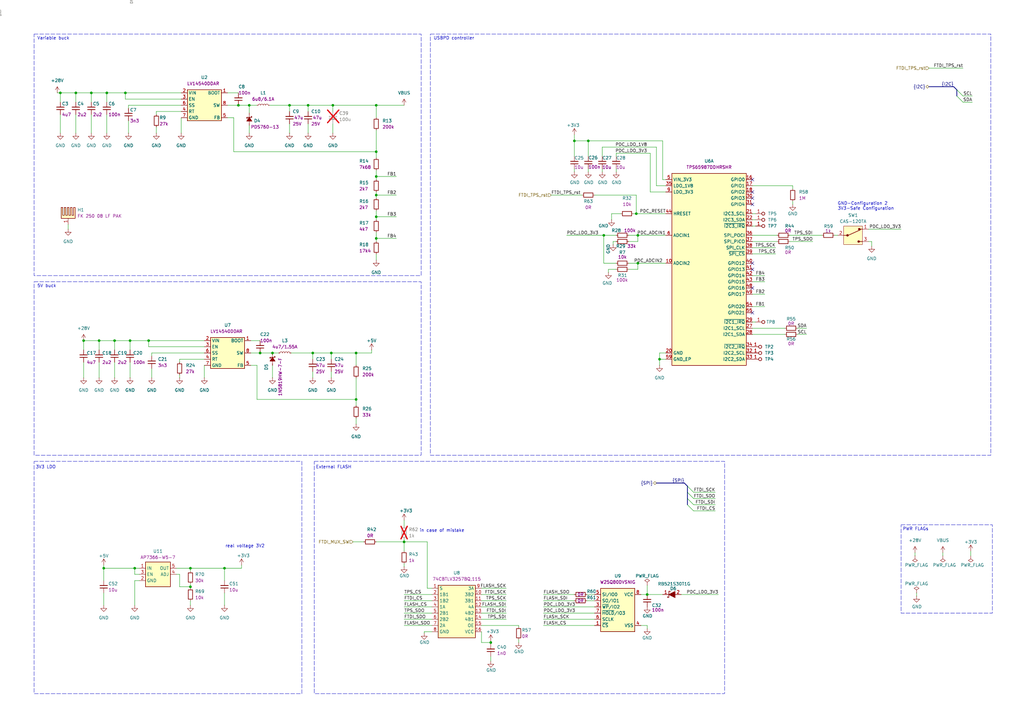
<source format=kicad_sch>
(kicad_sch (version 20230121) (generator eeschema)
  (paper "A3")
  (title_block (title "PoE to USBC PD adapter") (date "2024-07-08") (company "Antmicro ltd."))
  (bus_alias "I2C" (members "SCL" "SDA"))
  (junction (at 235.585 57.785))
  (junction (at 34.29 139.7))
  (junction (at 51.435 38.1))
  (junction (at 135.89 144.78))
  (junction (at 24.765 38.1))
  (junction (at 78.105 240.665))
  (junction (at 106.68 144.78))
  (junction (at 111.76 144.78))
  (junction (at 136.525 43.18))
  (junction (at 265.43 243.84))
  (junction (at 154.305 88.9))
  (junction (at 53.34 139.7))
  (junction (at 146.05 144.78))
  (junction (at 165.735 222.25))
  (junction (at 146.05 163.83))
  (junction (at 128.27 144.78))
  (junction (at 154.305 72.39))
  (junction (at 55.245 233.045))
  (junction (at 102.235 43.18))
  (junction (at 37.465 38.1))
  (junction (at 260.985 87.63))
  (junction (at 270.51 147.32))
  (junction (at 97.79 43.18))
  (junction (at 60.96 139.7))
  (junction (at 40.64 139.7))
  (junction (at 118.745 43.18))
  (junction (at 154.305 62.23))
  (junction (at 126.365 43.18))
  (junction (at 78.105 233.045))
  (junction (at 31.115 38.1))
  (junction (at 154.305 97.79))
  (junction (at 201.295 263.525))
  (junction (at 247.65 96.52))
  (junction (at 154.305 43.18))
  (junction (at 43.815 38.1))
  (junction (at 241.3 57.785))
  (junction (at 46.99 139.7))
  (junction (at 92.075 233.045))
  (junction (at 42.545 233.045))
  (junction (at 154.305 80.01))
  (junction (at 261.62 96.52))
  (junction (at 261.62 107.95))
  (no_connect (at 308.61 78.74))
  (no_connect (at 308.61 73.66))
  (no_connect (at 308.61 128.27))
  (no_connect (at 308.61 83.82))
  (no_connect (at 308.61 107.95))
  (no_connect (at 308.61 118.11))
  (no_connect (at 308.61 81.28))
  (no_connect (at 308.61 110.49))
  (bus_entry (at 284.48 207.01) (size -2.54 -2.54))
  (bus_entry (at 284.48 201.93) (size -2.54 -2.54))
  (bus_entry (at 284.48 209.55) (size -2.54 -2.54))
  (bus_entry (at 284.48 204.47) (size -2.54 -2.54))
  (bus_entry (at 392.43 39.37) (size 2.54 2.54))
  (bus_entry (at 392.43 36.83) (size 2.54 2.54))
  (wire (pts (xy 102.235 51.435) (xy 102.235 54.61)))
  (wire (pts (xy 252.73 99.06) (xy 251.46 99.06)))
  (wire (pts (xy 201.295 263.525) (xy 201.295 262.89)))
  (wire (pts (xy 93.345 38.1) (xy 97.79 38.1)))
  (wire (pts (xy 40.64 148.59) (xy 40.64 154.94)))
  (wire (pts (xy 46.99 139.7) (xy 53.34 139.7)))
  (wire (pts (xy 62.23 144.78) (xy 83.82 144.78)))
  (wire (pts (xy 53.34 139.7) (xy 60.96 139.7)))
  (wire (pts (xy 241.3 69.215) (xy 241.3 70.485)))
  (wire (pts (xy 308.61 90.17) (xy 309.88 90.17)))
  (wire (pts (xy 308.61 125.73) (xy 313.69 125.73)))
  (wire (pts (xy 102.87 149.86) (xy 105.41 149.86)))
  (wire (pts (xy 72.39 235.585) (xy 73.66 235.585)))
  (wire (pts (xy 265.43 243.84) (xy 262.89 243.84)))
  (wire (pts (xy 232.41 96.52) (xy 247.65 96.52)))
  (wire (pts (xy 118.745 43.18) (xy 126.365 43.18)))
  (wire (pts (xy 270.51 144.78) (xy 273.05 144.78)))
  (wire (pts (xy 262.89 256.54) (xy 265.43 256.54)))
  (wire (pts (xy 73.66 148.59) (xy 73.66 147.32)))
  (wire (pts (xy 284.48 209.55) (xy 293.37 209.55)))
  (wire (pts (xy 52.705 44.45) (xy 52.705 43.18)))
  (wire (pts (xy 78.105 233.045) (xy 92.075 233.045)))
  (wire (pts (xy 37.465 38.1) (xy 43.815 38.1)))
  (bus (pts (xy 381 35.56) (xy 391.16 35.56)))
  (wire (pts (xy 247.65 96.52) (xy 247.65 107.95)))
  (wire (pts (xy 126.365 43.18) (xy 126.365 45.72)))
  (wire (pts (xy 247.65 107.95) (xy 252.73 107.95)))
  (wire (pts (xy 93.345 48.26) (xy 95.885 48.26)))
  (wire (pts (xy 146.05 154.94) (xy 146.05 163.83)))
  (wire (pts (xy 260.985 87.63) (xy 273.05 87.63)))
  (wire (pts (xy 261.62 110.49) (xy 261.62 107.95)))
  (wire (pts (xy 154.305 72.39) (xy 154.305 73.66)))
  (wire (pts (xy 43.815 38.1) (xy 51.435 38.1)))
  (wire (pts (xy 273.05 73.66) (xy 271.78 73.66)))
  (wire (pts (xy 55.245 238.125) (xy 57.15 238.125)))
  (wire (pts (xy 51.435 38.1) (xy 74.295 38.1)))
  (wire (pts (xy 24.765 38.1) (xy 31.115 38.1)))
  (wire (pts (xy 126.365 43.18) (xy 136.525 43.18)))
  (wire (pts (xy 136.525 50.8) (xy 136.525 54.61)))
  (wire (pts (xy 152.4 144.78) (xy 146.05 144.78)))
  (wire (pts (xy 259.715 87.63) (xy 260.985 87.63)))
  (wire (pts (xy 23.495 38.1) (xy 24.765 38.1)))
  (wire (pts (xy 222.885 243.84) (xy 235.585 243.84)))
  (wire (pts (xy 273.05 78.74) (xy 266.7 78.74)))
  (wire (pts (xy 173.99 259.715) (xy 173.99 259.08)))
  (wire (pts (xy 261.62 96.52) (xy 261.62 99.06)))
  (wire (pts (xy 294.64 243.84) (xy 279.4 243.84)))
  (wire (pts (xy 43.815 41.91) (xy 43.815 38.1)))
  (wire (pts (xy 154.305 78.74) (xy 154.305 80.01)))
  (wire (pts (xy 105.41 163.83) (xy 146.05 163.83)))
  (wire (pts (xy 46.99 143.51) (xy 46.99 139.7)))
  (wire (pts (xy 146.05 144.78) (xy 146.05 149.86)))
  (wire (pts (xy 73.66 240.665) (xy 78.105 240.665)))
  (wire (pts (xy 95.885 62.23) (xy 154.305 62.23)))
  (bus (pts (xy 392.43 36.83) (xy 391.16 35.56)))
  (wire (pts (xy 243.84 251.46) (xy 222.885 251.46)))
  (wire (pts (xy 111.76 149.86) (xy 111.76 154.94)))
  (wire (pts (xy 146.05 171.45) (xy 146.05 173.99)))
  (wire (pts (xy 93.345 43.18) (xy 97.79 43.18)))
  (bus (pts (xy 281.94 199.39) (xy 280.67 198.12)))
  (wire (pts (xy 271.78 243.84) (xy 265.43 243.84)))
  (wire (pts (xy 260.985 87.63) (xy 260.985 80.01)))
  (wire (pts (xy 249.555 110.49) (xy 252.73 110.49)))
  (wire (pts (xy 31.115 38.1) (xy 37.465 38.1)))
  (wire (pts (xy 62.23 146.05) (xy 62.23 144.78)))
  (wire (pts (xy 53.34 143.51) (xy 53.34 139.7)))
  (wire (pts (xy 241.3 57.785) (xy 271.78 57.785)))
  (wire (pts (xy 43.815 46.99) (xy 43.815 54.61)))
  (wire (pts (xy 394.97 39.37) (xy 398.78 39.37)))
  (wire (pts (xy 175.26 222.25) (xy 175.26 241.3)))
  (bus (pts (xy 281.94 199.39) (xy 281.94 201.93)))
  (wire (pts (xy 154.305 72.39) (xy 162.56 72.39)))
  (wire (pts (xy 64.135 54.61) (xy 64.135 52.07)))
  (wire (pts (xy 284.48 201.93) (xy 293.37 201.93)))
  (wire (pts (xy 42.545 233.045) (xy 42.545 231.775)))
  (wire (pts (xy 154.305 86.36) (xy 154.305 88.9)))
  (wire (pts (xy 34.29 139.7) (xy 40.64 139.7)))
  (wire (pts (xy 24.765 41.91) (xy 24.765 38.1)))
  (wire (pts (xy 165.735 256.54) (xy 177.165 256.54)))
  (wire (pts (xy 42.545 233.045) (xy 42.545 238.125)))
  (wire (pts (xy 78.105 246.38) (xy 78.105 248.285)))
  (wire (pts (xy 308.61 96.52) (xy 318.77 96.52)))
  (wire (pts (xy 46.99 148.59) (xy 46.99 154.94)))
  (wire (pts (xy 308.61 137.16) (xy 321.945 137.16)))
  (wire (pts (xy 78.105 233.045) (xy 78.105 234.315)))
  (wire (pts (xy 42.545 243.205) (xy 42.545 248.285)))
  (wire (pts (xy 135.89 152.4) (xy 135.89 154.94)))
  (wire (pts (xy 269.24 60.325) (xy 269.24 76.2)))
  (wire (pts (xy 73.66 147.32) (xy 83.82 147.32)))
  (wire (pts (xy 55.245 233.045) (xy 57.15 233.045)))
  (wire (pts (xy 165.735 251.46) (xy 177.165 251.46)))
  (wire (pts (xy 53.34 148.59) (xy 53.34 154.94)))
  (wire (pts (xy 265.43 240.03) (xy 265.43 243.84)))
  (wire (pts (xy 154.305 69.85) (xy 154.305 72.39)))
  (wire (pts (xy 154.305 53.34) (xy 154.305 62.23)))
  (wire (pts (xy 257.81 96.52) (xy 261.62 96.52)))
  (wire (pts (xy 74.295 40.64) (xy 51.435 40.64)))
  (wire (pts (xy 284.48 204.47) (xy 293.37 204.47)))
  (wire (pts (xy 83.82 154.94) (xy 83.82 149.86)))
  (wire (pts (xy 165.735 213.36) (xy 165.735 215.9)))
  (wire (pts (xy 51.435 40.64) (xy 51.435 38.1)))
  (wire (pts (xy 102.87 139.7) (xy 106.68 139.7)))
  (wire (pts (xy 92.075 233.045) (xy 92.075 238.125)))
  (wire (pts (xy 325.12 82.55) (xy 325.12 83.82)))
  (wire (pts (xy 222.885 248.92) (xy 243.84 248.92)))
  (wire (pts (xy 222.885 256.54) (xy 243.84 256.54)))
  (wire (pts (xy 37.465 46.99) (xy 37.465 54.61)))
  (wire (pts (xy 235.585 55.245) (xy 235.585 57.785)))
  (wire (pts (xy 342.265 96.52) (xy 343.535 96.52)))
  (wire (pts (xy 72.39 233.045) (xy 78.105 233.045)))
  (wire (pts (xy 197.485 248.92) (xy 207.645 248.92)))
  (wire (pts (xy 386.715 226.695) (xy 386.715 227.965)))
  (wire (pts (xy 78.105 239.395) (xy 78.105 240.665)))
  (wire (pts (xy 118.745 43.18) (xy 118.745 45.72)))
  (wire (pts (xy 27.94 92.075) (xy 27.94 93.98)))
  (wire (pts (xy 73.66 154.94) (xy 73.66 153.67)))
  (wire (pts (xy 308.61 115.57) (xy 313.69 115.57)))
  (wire (pts (xy 146.05 163.83) (xy 146.05 166.37)))
  (wire (pts (xy 197.485 259.08) (xy 197.485 263.525)))
  (wire (pts (xy 97.79 43.18) (xy 102.235 43.18)))
  (wire (pts (xy 73.66 235.585) (xy 73.66 240.665)))
  (wire (pts (xy 222.885 254) (xy 243.84 254)))
  (bus (pts (xy 392.43 36.83) (xy 392.43 39.37)))
  (wire (pts (xy 241.3 57.785) (xy 241.3 64.135)))
  (wire (pts (xy 235.585 69.215) (xy 235.585 70.485)))
  (wire (pts (xy 375.92 243.205) (xy 375.92 244.475)))
  (wire (pts (xy 270.51 147.32) (xy 273.05 147.32)))
  (wire (pts (xy 308.61 134.62) (xy 321.945 134.62)))
  (wire (pts (xy 252.73 64.135) (xy 252.73 62.865)))
  (wire (pts (xy 308.61 101.6) (xy 318.135 101.6)))
  (wire (pts (xy 375.285 226.695) (xy 375.285 227.965)))
  (wire (pts (xy 250.825 87.63) (xy 250.825 90.17)))
  (wire (pts (xy 52.705 54.61) (xy 52.705 49.53)))
  (wire (pts (xy 357.505 99.06) (xy 357.505 100.965)))
  (wire (pts (xy 165.735 243.84) (xy 177.165 243.84)))
  (wire (pts (xy 154.305 62.23) (xy 154.305 64.77)))
  (wire (pts (xy 154.305 222.25) (xy 165.735 222.25)))
  (wire (pts (xy 92.075 243.205) (xy 92.075 248.285)))
  (wire (pts (xy 271.78 73.66) (xy 271.78 57.785)))
  (wire (pts (xy 64.135 46.99) (xy 64.135 45.72)))
  (wire (pts (xy 266.7 78.74) (xy 266.7 62.865)))
  (wire (pts (xy 240.665 243.84) (xy 243.84 243.84)))
  (wire (pts (xy 257.81 107.95) (xy 261.62 107.95)))
  (wire (pts (xy 212.725 256.54) (xy 212.725 257.175)))
  (wire (pts (xy 144.78 222.25) (xy 149.225 222.25)))
  (wire (pts (xy 369.57 93.98) (xy 356.235 93.98)))
  (wire (pts (xy 95.885 48.26) (xy 95.885 62.23)))
  (wire (pts (xy 325.12 76.2) (xy 325.12 77.47)))
  (wire (pts (xy 261.62 107.95) (xy 273.05 107.95)))
  (wire (pts (xy 247.65 96.52) (xy 252.73 96.52)))
  (wire (pts (xy 381 27.94) (xy 394.97 27.94)))
  (wire (pts (xy 261.62 96.52) (xy 273.05 96.52)))
  (wire (pts (xy 265.43 256.54) (xy 265.43 257.81)))
  (wire (pts (xy 240.665 246.38) (xy 243.84 246.38)))
  (wire (pts (xy 165.735 254) (xy 177.165 254)))
  (wire (pts (xy 57.15 235.585) (xy 55.245 235.585)))
  (wire (pts (xy 197.485 241.3) (xy 207.645 241.3)))
  (wire (pts (xy 308.61 132.08) (xy 309.88 132.08)))
  (wire (pts (xy 175.26 241.3) (xy 177.165 241.3)))
  (wire (pts (xy 270.51 149.86) (xy 270.51 147.32)))
  (wire (pts (xy 128.27 144.78) (xy 128.27 147.32)))
  (wire (pts (xy 249.555 110.49) (xy 249.555 111.76)))
  (wire (pts (xy 102.235 46.355) (xy 102.235 43.18)))
  (wire (pts (xy 165.735 222.25) (xy 175.26 222.25)))
  (wire (pts (xy 197.485 243.84) (xy 207.645 243.84)))
  (wire (pts (xy 270.51 147.32) (xy 270.51 144.78)))
  (wire (pts (xy 165.735 231.14) (xy 165.735 232.41)))
  (wire (pts (xy 118.745 50.8) (xy 118.745 54.61)))
  (wire (pts (xy 308.61 87.63) (xy 309.88 87.63)))
  (wire (pts (xy 55.245 235.585) (xy 55.245 233.045)))
  (wire (pts (xy 152.4 143.51) (xy 152.4 144.78)))
  (wire (pts (xy 250.825 87.63) (xy 254.635 87.63)))
  (wire (pts (xy 136.525 43.18) (xy 136.525 45.72)))
  (wire (pts (xy 257.81 110.49) (xy 261.62 110.49)))
  (wire (pts (xy 154.305 97.79) (xy 154.305 99.06)))
  (wire (pts (xy 128.27 144.78) (xy 135.89 144.78)))
  (wire (pts (xy 31.115 46.99) (xy 31.115 54.61)))
  (wire (pts (xy 154.305 43.18) (xy 154.305 48.26)))
  (wire (pts (xy 24.765 46.99) (xy 24.765 54.61)))
  (wire (pts (xy 323.85 96.52) (xy 337.185 96.52)))
  (wire (pts (xy 135.89 144.78) (xy 146.05 144.78)))
  (wire (pts (xy 356.235 99.06) (xy 357.505 99.06)))
  (wire (pts (xy 64.135 45.72) (xy 74.295 45.72)))
  (wire (pts (xy 269.24 76.2) (xy 273.05 76.2)))
  (wire (pts (xy 119.38 144.78) (xy 128.27 144.78)))
  (wire (pts (xy 60.96 139.7) (xy 83.82 139.7)))
  (wire (pts (xy 102.235 43.18) (xy 105.41 43.18)))
  (bus (pts (xy 281.94 201.93) (xy 281.94 204.47)))
  (wire (pts (xy 135.89 144.78) (xy 135.89 147.32)))
  (wire (pts (xy 37.465 41.91) (xy 37.465 38.1)))
  (wire (pts (xy 40.64 143.51) (xy 40.64 139.7)))
  (bus (pts (xy 269.24 198.12) (xy 280.67 198.12)))
  (wire (pts (xy 154.305 95.25) (xy 154.305 97.79)))
  (wire (pts (xy 42.545 233.045) (xy 55.245 233.045)))
  (wire (pts (xy 102.87 144.78) (xy 106.68 144.78)))
  (wire (pts (xy 154.305 80.01) (xy 162.56 80.01)))
  (wire (pts (xy 394.97 41.91) (xy 398.78 41.91)))
  (bus (pts (xy 281.94 204.47) (xy 281.94 207.01)))
  (wire (pts (xy 165.735 222.25) (xy 165.735 226.06)))
  (wire (pts (xy 308.61 113.03) (xy 313.69 113.03)))
  (wire (pts (xy 31.115 41.91) (xy 31.115 38.1)))
  (wire (pts (xy 308.61 120.65) (xy 313.69 120.65)))
  (wire (pts (xy 34.29 143.51) (xy 34.29 139.7)))
  (wire (pts (xy 92.075 233.045) (xy 99.06 233.045)))
  (wire (pts (xy 60.96 142.24) (xy 60.96 139.7)))
  (wire (pts (xy 154.305 104.14) (xy 154.305 106.68)))
  (wire (pts (xy 323.85 99.06) (xy 333.375 99.06)))
  (wire (pts (xy 247.015 60.325) (xy 269.24 60.325)))
  (wire (pts (xy 165.735 248.92) (xy 177.165 248.92)))
  (wire (pts (xy 154.305 88.9) (xy 162.56 88.9)))
  (wire (pts (xy 83.82 142.24) (xy 60.96 142.24)))
  (wire (pts (xy 197.485 251.46) (xy 207.645 251.46)))
  (wire (pts (xy 40.64 139.7) (xy 46.99 139.7)))
  (wire (pts (xy 197.485 263.525) (xy 201.295 263.525)))
  (wire (pts (xy 78.105 240.665) (xy 78.105 241.3)))
  (wire (pts (xy 252.73 69.215) (xy 252.73 70.485)))
  (wire (pts (xy 235.585 57.785) (xy 235.585 64.135)))
  (wire (pts (xy 308.61 99.06) (xy 318.77 99.06)))
  (wire (pts (xy 222.885 246.38) (xy 235.585 246.38)))
  (wire (pts (xy 173.99 259.08) (xy 177.165 259.08)))
  (wire (pts (xy 308.61 104.14) (xy 318.135 104.14)))
  (wire (pts (xy 252.73 62.865) (xy 266.7 62.865)))
  (wire (pts (xy 251.46 99.06) (xy 251.46 100.33)))
  (wire (pts (xy 327.025 134.62) (xy 330.835 134.62)))
  (wire (pts (xy 201.295 264.16) (xy 201.295 263.525)))
  (wire (pts (xy 136.525 43.18) (xy 154.305 43.18)))
  (wire (pts (xy 212.725 262.255) (xy 212.725 263.525)))
  (wire (pts (xy 62.23 154.94) (xy 62.23 151.13)))
  (wire (pts (xy 197.485 254) (xy 207.645 254)))
  (wire (pts (xy 52.705 43.18) (xy 74.295 43.18)))
  (wire (pts (xy 154.305 80.01) (xy 154.305 81.28)))
  (wire (pts (xy 55.245 248.285) (xy 55.245 238.125)))
  (wire (pts (xy 154.305 43.18) (xy 165.735 43.18)))
  (wire (pts (xy 308.61 76.2) (xy 325.12 76.2)))
  (wire (pts (xy 110.49 43.18) (xy 118.745 43.18)))
  (wire (pts (xy 106.68 144.78) (xy 111.76 144.78)))
  (wire (pts (xy 74.295 54.61) (xy 74.295 48.26)))
  (wire (pts (xy 308.61 92.71) (xy 309.88 92.71)))
  (wire (pts (xy 165.735 220.98) (xy 165.735 222.25)))
  (wire (pts (xy 247.015 60.325) (xy 247.015 64.135)))
  (wire (pts (xy 99.06 231.775) (xy 99.06 233.045)))
  (wire (pts (xy 154.305 97.79) (xy 162.56 97.79)))
  (wire (pts (xy 398.145 226.06) (xy 398.145 227.965)))
  (wire (pts (xy 201.295 269.24) (xy 201.295 271.145)))
  (wire (pts (xy 128.27 152.4) (xy 128.27 154.94)))
  (wire (pts (xy 111.76 144.78) (xy 114.3 144.78)))
  (wire (pts (xy 105.41 149.86) (xy 105.41 163.83)))
  (wire (pts (xy 247.015 69.215) (xy 247.015 70.485)))
  (wire (pts (xy 284.48 207.01) (xy 293.37 207.01)))
  (wire (pts (xy 197.485 246.38) (xy 207.645 246.38)))
  (wire (pts (xy 165.735 246.38) (xy 177.165 246.38)))
  (wire (pts (xy 243.84 80.01) (xy 260.985 80.01)))
  (wire (pts (xy 257.81 99.06) (xy 261.62 99.06)))
  (wire (pts (xy 235.585 57.785) (xy 241.3 57.785)))
  (wire (pts (xy 126.365 50.8) (xy 126.365 54.61)))
  (wire (pts (xy 226.06 80.01) (xy 238.76 80.01)))
  (wire (pts (xy 197.485 256.54) (xy 212.725 256.54)))
  (wire (pts (xy 34.29 148.59) (xy 34.29 154.94)))
  (wire (pts (xy 327.025 137.16) (xy 330.835 137.16)))
  (wire (pts (xy 154.305 88.9) (xy 154.305 90.17)))
  (rectangle (start 13.97 13.97) (end 172.72 113.03) (stroke (width 0) (type dash)))
  (rectangle (start 128.905 189.23) (end 297.18 284.48) (stroke (width 0) (type dash)))
  (rectangle (start 13.97 115.57) (end 172.72 186.69) (stroke (width 0) (type dash)))
  (rectangle (start 369.57 215.265) (end 407.035 251.46) (stroke (width 0) (type dash)))
  (rectangle (start 176.53 13.97) (end 406.4 186.69) (stroke (width 0) (type dash)))
  (rectangle (start 13.97 189.23) (end 123.825 284.48) (stroke (width 0) (type dash)))
  (text "real voltage 3V2" (at 108.585 224.79 0) (effects (font (size 1.27 1.27)) (justify right bottom)))
  (text "External FLASH" (at 129.54 192.405 0) (effects (font (size 1.27 1.27)) (justify left bottom)))
  (text "GND-Configuration 2\n3V3-Safe Configuration\n" (at 343.535 86.36 0) (effects (font (size 1.27 1.27)) (justify left bottom)))
  (text "5V buck" (at 15.24 118.11 0) (effects (font (size 1.27 1.27)) (justify left bottom)))
  (text "PWR FLAGs" (at 370.205 217.805 0) (effects (font (size 1.27 1.27)) (justify left bottom)))
  (text "in case of mistake" (at 172.085 218.44 0) (effects (font (size 1.27 1.27)) (justify left bottom)))
  (text "3V3 LDO" (at 14.605 192.405 0) (effects (font (size 1.27 1.27)) (justify left bottom)))
  (text "Variable buck" (at 15.24 16.51 0) (effects (font (size 1.27 1.27)) (justify left bottom)))
  (text "USBPD controller" (at 177.8 16.51 0) (effects (font (size 1.27 1.27)) (justify left bottom)))
  (label "FB1" (at 162.56 72.39 180))
  (label "FB3" (at 313.69 115.57 180))
  (label "FLASH_SDO" (at 165.735 256.54 0))
  (label "FB2" (at 313.69 120.65 180))
  (label "FTDI_CS" (at 293.37 209.55 180))
  (label "PDC_LDO_3V3" (at 222.885 248.92 0))
  (label "PDC_LDO_3V3" (at 265.43 62.865 180))
  (label "TPS_SDO" (at 165.735 251.46 0))
  (label "TPS_CS" (at 318.135 104.14 180))
  (label "{SPI}" (at 280.67 198.12 180))
  (label "FTDI_SCK" (at 207.645 243.84 180))
  (label "TPS_SDI" (at 333.375 96.52 180))
  (label "FB4" (at 162.56 97.79 180))
  (label "FTDI_CS" (at 165.735 246.38 0))
  (label "FLASH_SDO" (at 222.885 243.84 0))
  (label "FB3" (at 162.56 88.9 180))
  (label "PDC_LDO_3V3" (at 369.57 93.98 180))
  (label "SCL" (at 330.835 137.16 180))
  (label "FLASH_CS" (at 222.885 256.54 0))
  (label "PDC_ADCIN2" (at 271.78 107.95 180))
  (label "PDC_RESET" (at 273.05 87.63 180))
  (label "TPS_SDI" (at 207.645 254 180))
  (label "FLASH_SDI" (at 207.645 248.92 180))
  (label "{I2C}" (at 391.16 35.56 180))
  (label "FLASH_SDI" (at 222.885 246.38 0))
  (label "FTDI_SDO" (at 293.37 204.47 180))
  (label "PDC_LDO_1V8" (at 265.43 60.325 180))
  (label "FB2" (at 162.56 80.01 180))
  (label "PDC_LDO_3V3" (at 232.41 96.52 0))
  (label "PDC_ADCIN1" (at 273.05 96.52 180))
  (label "TPS_CS" (at 165.735 243.84 0))
  (label "FLASH_CS" (at 165.735 248.92 0))
  (label "FTDI_TPS_rst" (at 394.97 27.94 180))
  (label "SDA" (at 330.835 134.62 180))
  (label "FB4" (at 313.69 113.03 180))
  (label "PDC_LDO_3V3" (at 294.64 243.84 180))
  (label "SCL" (at 398.78 39.37 180))
  (label "FLASH_SCK" (at 207.645 241.3 180))
  (label "FTDI_TPS_rst" (at 226.06 80.01 0))
  (label "FTDI_SDO" (at 165.735 254 0))
  (label "TPS_SCK" (at 207.645 246.38 180))
  (label "FTDI_SDI" (at 207.645 251.46 180))
  (label "TPS_SDO" (at 333.375 99.06 180))
  (label "SDA" (at 398.78 41.91 180))
  (label "FLASH_SCK" (at 222.885 254 0))
  (label "FTDI_SCK" (at 293.37 201.93 180))
  (label "TPS_SCK" (at 318.135 101.6 180))
  (label "FB1" (at 313.69 125.73 180))
  (label "FTDI_SDI" (at 293.37 207.01 180))
  (label "PDC_LDO_3V3" (at 222.885 251.46 0))
  (hierarchical_label "FTDI_TPS_rst" (shape input) (at 226.06 80.01 180))
  (hierarchical_label "{I2C}" (shape bidirectional) (at 381 35.56 180))
  (hierarchical_label "{SPI}" (shape bidirectional) (at 269.24 198.12 180))
  (hierarchical_label "FTDI_MUX_SW" (shape input) (at 144.78 222.25 180))
  (hierarchical_label "FTDI_TPS_rst" (shape input) (at 381 27.94 180))
  (symbol (lib_id "antmicroResistors0402:R_33k_0402") (at 252.73 99.06 0) (unit 1)
    (property "Reference" "R29" (at 254.635 100.965 0))
    (property "Value" "R_33k_0402" (effects hide))
    (property "Footprint" "antmicro-footprints:R_0402_1005Metric" (effects hide))
    (property "Datasheet" "https://www.bourns.com/docs/product-datasheets/cr.pdf" (effects hide))
    (property "MPN" "CR0402-FX-3302GLF" (effects hide))
    (property "Manufacturer" "Bourns" (effects hide))
    (property "License" "Apache-2.0" (effects hide))
    (property "Author" "Antmicro" (effects hide))
    (property "Val" "33k" (at 259.08 100.965 0))
    (property "Tolerance" "1%" (effects hide))
  )
  (symbol (lib_id "antmicropower:GND") (at 118.745 54.61 0) (unit 1)
    (property "Reference" "#PWR017" (effects hide))
    (property "Value" "GND" (at 118.745 59.69 0))
    (property "Author" "Antmicro" (effects hide))
    (property "License" "Apache-2.0" (effects hide))
  )
  (symbol (lib_id "antmicropower:GND") (at 146.05 173.99 0) (unit 1)
    (property "Reference" "#PWR047" (effects hide))
    (property "Value" "GND" (at 146.05 179.07 0))
    (property "Author" "Antmicro" (effects hide))
    (property "License" "Apache-2.0" (effects hide))
  )
  (symbol (lib_id "antmicropower:GND") (at 24.765 54.61 0) (unit 1)
    (property "Reference" "#PWR09" (effects hide))
    (property "Value" "GND" (at 24.765 59.69 0))
    (property "Author" "Antmicro" (effects hide))
    (property "License" "Apache-2.0" (effects hide))
  )
  (symbol (lib_id "antmicropower:GND") (at 251.46 100.33 0) (unit 1)
    (property "Reference" "#PWR057" (effects hide))
    (property "Value" "GND" (at 250.19 104.14 90) (effects (justify left bottom)))
    (property "Author" "Antmicro" (effects hide))
    (property "License" "Apache-2.0" (effects hide))
  )
  (symbol (lib_id "antmicropower:GND") (at 265.43 257.81 0) (unit 1)
    (property "Reference" "#PWR074" (effects hide))
    (property "Value" "GND" (at 265.43 261.62 0))
    (property "Author" "Antmicro" (effects hide))
    (property "License" "Apache-2.0" (effects hide))
  )
  (symbol (lib_id "antmicroResistors0402:R_0R_0402") (at 235.585 243.84 0) (unit 1)
    (property "Reference" "R60" (at 242.57 242.57 0))
    (property "Value" "R_0R_0402" (effects hide))
    (property "Footprint" "antmicro-footprints:R_0402_1005Metric" (effects hide))
    (property "Datasheet" "https://industrial.panasonic.com/cdbs/www-data/pdf/RDA0000/AOA0000C301.pdf" (effects hide))
    (property "MPN" "ERJ2GE0R00X" (effects hide))
    (property "Manufacturer" "Panasonic" (effects hide))
    (property "License" "Apache-2.0" (effects hide))
    (property "Author" "Antmicro" (effects hide))
    (property "Val" "0R" (at 238.125 243.84 0))
    (property "Current" "1A" (effects hide))
  )
  (symbol (lib_id "antmicroCapacitors0603:C_100n_100V_X7R_0603") (at 43.815 46.99 90) (unit 1)
    (property "Reference" "C6" (at 44.45 42.545 90) (effects (justify right)))
    (property "Value" "C_100n_100V_X7R_0603" (effects hide))
    (property "Footprint" "antmicro-footprints:C_0603_1608Metric" (effects hide))
    (property "Datasheet" "https://www.kemet.com/en/us/capacitors/product/C0603C104J1RACTU.html" (effects hide))
    (property "MPN" "C0603C104J1RACTU" (effects hide))
    (property "Val" "100n" (at 44.45 46.99 90) (effects (justify right)))
    (property "Voltage" "100V" (effects hide))
    (property "Dielectric" "X7R" (effects hide))
    (property "Manufacturer" "KEMET" (effects hide))
    (property "License" "Apache-2.0" (effects hide))
    (property "Author" "Antmicro" (effects hide))
  )
  (symbol (lib_id "antmicroMechanicalParts:Heatsink_Fischer_FK250_08_LF_PAK_15x8mm") (at 27.94 92.075 0) (unit 1)
    (property "Reference" "H1" (at 31.75 86.0679 0) (effects (justify left)))
    (property "Value" "Heatsink_Fischer_FK250_08_LF_PAK_15x8mm" (effects hide))
    (property "Footprint" "antmicro-footprints:Heatsink_Fischer_FK250_08_LF_PAK_15x8mm" (effects hide))
    (property "Datasheet" "https://www.tme.eu/Document/56bb1b034009250294cbf0606aed6e7b/FK%20250%2008%20LF%20PAK.pdf" (effects hide))
    (property "MPN" "FK 250 08 LF PAK" (at 31.75 88.6079 0) (effects (justify left)))
    (property "Manufacturer" "Fischer Elektronik" (effects hide))
    (property "Author" "Antmicro" (effects hide))
    (property "License" "Apache-2.0" (effects hide))
  )
  (symbol (lib_id "antmicroTestPoints:TP_0.75mm_SMD") (at 309.88 87.63 0) (unit 1) (in_bom no)
    (property "Reference" "TP5" (at 314.96 87.63 0) (effects (justify left)))
    (property "Value" "TP_0.75mm_SMD" (effects hide))
    (property "Footprint" "antmicro-footprints:TP_SMD_0.75mm" (effects hide))
    (property "Author" "Antmicro" (effects hide))
    (property "License" "Apache-2.0" (effects hide))
  )
  (symbol (lib_id "antmicroCapacitorsmisc:C_2u2_1210") (at 46.99 148.59 90) (unit 1)
    (property "Reference" "C19" (at 48.26 144.78 90) (effects (justify right)))
    (property "Value" "C_2u2_1210" (effects hide))
    (property "Footprint" "antmicro-footprints:C_1210_3225Metric" (effects hide))
    (property "Datasheet" "https://product.tdk.com/en/search/capacitor/ceramic/mlcc/info?part_no=C3225X7R2A225K230AB" (effects hide))
    (property "MPN" "C3225X7R2A225K230AB" (effects hide))
    (property "Manufacturer" "TDK" (effects hide))
    (property "License" "Apache-2.0" (effects hide))
    (property "Author" "Antmicro" (effects hide))
    (property "Val" "2u2" (at 48.26 148.59 90) (effects (justify right)))
  )
  (symbol (lib_id "antmicroInterfaceControllers:TPS65987DDHRSHR") (at 273.05 73.66 0) (unit 1)
    (property "Reference" "U6" (at 290.83 66.04 0))
    (property "Value" "TPS65987DDHRSHR" (effects hide))
    (property "Footprint" "antmicro-footprints:IC_TPS65987DDHRSHR" (effects hide))
    (property "Datasheet" "https://www.ti.com/lit/ds/symlink/tps65987d.pdf?ts=1720696952762&ref_url=https%253A%252F%252Fwww.ti.com%252Fproduct%252FTPS65987D%253Fbm-verify%253DAAQAAAAJ_____-o1LmU18E_WILkZVvHcuKcPEfFwTS6tlsW23TXkZNPfmEOYosFoIDVa7Oh0Ev5AAtjNRV4ReLn5eUD6s97WJfgAA_3PhpK-eL4wPHvTUXD1m6m55vocQ48bEQGa5RdOjfzwFS_n64Qgq_LV0eCM8BpVDumG4dpzVJRXXmSapYB1T1asOudiO5noPttKmAGgLVVJvd_Rmvs30u_CZ2y8V--rVvb0aqpgdV8xphKy6VS4nXHBIvJslmLIeV6BQAwkbF2aqBvN7X1bD4bCuRQBwj8ZENhQeurU-sJFAEMwDe3QxEmxyKw" (effects hide))
    (property "MPN" "TPS65987DDHRSHR" (at 290.83 68.58 0))
    (property "Manufacturer" "Texas Instruments" (effects hide))
    (property "License" "Apache-2.0" (effects hide))
    (property "Author" "Antmicro" (effects hide))
  )
  (symbol (lib_id "antmicroResistors0402:R_30k_0402") (at 78.105 239.395 90) (unit 1)
    (property "Reference" "R70" (at 80.01 235.585 90) (effects (justify right)))
    (property "Value" "R_30k_0402" (effects hide))
    (property "Footprint" "antmicro-footprints:R_0402_1005Metric" (effects hide))
    (property "Datasheet" "https://www.bourns.com/docs/product-datasheets/cr.pdf" (effects hide))
    (property "MPN" "CR0402-FX-3002GLF" (effects hide))
    (property "Manufacturer" "Bourns" (effects hide))
    (property "License" "Apache-2.0" (effects hide))
    (property "Author" "Antmicro" (effects hide))
    (property "Val" "30k" (at 80.01 238.125 90) (effects (justify right)))
    (property "Tolerance" "1%" (effects hide))
  )
  (symbol (lib_id "antmicropower:GND") (at 42.545 248.285 0) (unit 1)
    (property "Reference" "#PWR0118" (effects hide))
    (property "Value" "GND" (at 42.545 253.365 0))
    (property "Author" "Antmicro" (effects hide))
    (property "License" "Apache-2.0" (effects hide))
  )
  (symbol (lib_id "antmicropower:+3V3") (at 235.585 55.245 0) (unit 1)
    (property "Reference" "#PWR051" (effects hide))
    (property "Value" "+3V3" (at 232.41 52.07 0) (effects (justify left bottom)))
  )
  (symbol (lib_id "antmicroCapacitors0402:C_100n_0402") (at 265.43 248.92 90) (unit 1)
    (property "Reference" "C32" (at 267.335 248.285 90) (effects (justify right)))
    (property "Value" "C_100n_0402" (effects hide))
    (property "Footprint" "antmicro-footprints:C_0402_1005Metric" (effects hide))
    (property "Datasheet" "https://search.murata.co.jp/Ceramy/image/img/A01X/G101/ENG/GRM155R61H104KE14-01.pdf" (effects hide))
    (property "Manufacturer" "Murata" (effects hide))
    (property "MPN" "GRM155R61H104KE14D" (effects hide))
    (property "Val" "100n" (at 267.335 250.19 90) (effects (justify right)))
    (property "License" "Apache-2.0" (effects hide))
    (property "Author" "Antmicro" (effects hide))
    (property "Voltage" "50V" (effects hide))
    (property "Dielectric" "X5R" (effects hide))
  )
  (symbol (lib_id "antmicroResistors0402:R_0R_0402") (at 154.305 222.25 180) (unit 1)
    (property "Reference" "R42" (at 150.495 217.17 0) (effects (justify right)))
    (property "Value" "R_0R_0402" (effects hide))
    (property "Footprint" "antmicro-footprints:R_0402_1005Metric" (effects hide))
    (property "Datasheet" "https://industrial.panasonic.com/cdbs/www-data/pdf/RDA0000/AOA0000C301.pdf" (effects hide))
    (property "MPN" "ERJ2GE0R00X" (effects hide))
    (property "Manufacturer" "Panasonic" (effects hide))
    (property "License" "Apache-2.0" (effects hide))
    (property "Author" "Antmicro" (effects hide))
    (property "Val" "0R" (at 150.495 219.71 0) (effects (justify right)))
    (property "Current" "1A" (effects hide))
  )
  (symbol (lib_id "antmicroTestPoints:TP_0.75mm_SMD") (at 309.88 92.71 0) (unit 1) (in_bom no)
    (property "Reference" "TP7" (at 314.96 92.71 0) (effects (justify left)))
    (property "Value" "TP_0.75mm_SMD" (effects hide))
    (property "Footprint" "antmicro-footprints:TP_SMD_0.75mm" (effects hide))
    (property "Author" "Antmicro" (effects hide))
    (property "License" "Apache-2.0" (effects hide))
  )
  (symbol (lib_id "antmicroTestPoints:TP_0.75mm_SMD") (at 308.61 142.24 0) (unit 1) (in_bom no)
    (property "Reference" "TP2" (at 313.69 142.24 0) (effects (justify left)))
    (property "Value" "TP_0.75mm_SMD" (effects hide))
    (property "Footprint" "antmicro-footprints:TP_SMD_0.75mm" (effects hide))
    (property "Author" "Antmicro" (effects hide))
    (property "License" "Apache-2.0" (effects hide))
  )
  (symbol (lib_id "antmicroDiodesRectifiersSingle:PDS760") (at 102.235 46.355 270) (unit 1)
    (property "Reference" "D4" (at 104.14 49.53 90) (effects (justify left)))
    (property "Value" "PDS760" (effects hide))
    (property "Footprint" "antmicro-footprints:PowerDI5" (effects hide))
    (property "Datasheet" "https://www.diodes.com/assets/Datasheets/ds30470.pdf" (effects hide))
    (property "Manufacturer" "Diodes Incorporated" (effects hide))
    (property "MPN" "PDS760-13" (at 102.87 52.07 90) (effects (justify left)))
    (property "Author" "Antmicro" (effects hide))
    (property "License" "Apache-2.0" (effects hide))
  )
  (symbol (lib_id "antmicropower:+28V") (at 375.285 226.695 0) (unit 1)
    (property "Reference" "#PWR092" (effects hide))
    (property "Value" "+28V" (at 375.285 221.615 0))
  )
  (symbol (lib_id "antmicroCapacitorsmisc:C_47u_25V_1206") (at 128.27 152.4 90) (unit 1)
    (property "Reference" "C23" (at 129.54 147.32 90) (effects (justify right)))
    (property "Value" "C_47u_25V_1206" (effects hide))
    (property "Footprint" "antmicro-footprints:C_1206_3216Metric" (effects hide))
    (property "Datasheet" "https://product.tdk.com/en/search/capacitor/ceramic/mlcc/info?part_no=C3216X5R1E476M160AC" (effects hide))
    (property "MPN" "C3216X5R1E476M160AC" (effects hide))
    (property "Val" "47u" (at 129.54 149.86 90) (effects (justify right)))
    (property "Dielectric" "X5R" (effects hide))
    (property "Voltage" "25V" (at 129.54 152.4 90) (effects (justify right)))
    (property "Manufacturer" "TDK" (effects hide))
    (property "Author" "Antmicro" (effects hide))
    (property "License" "Apache-2.0" (effects hide))
  )
  (symbol (lib_id "antmicroPMICVoltageRegulatorsLinear:AP7366_SOT") (at 57.15 233.045 0) (unit 1)
    (property "Reference" "U11" (at 64.77 226.06 0))
    (property "Value" "AP7366_SOT" (effects hide))
    (property "Footprint" "antmicro-footprints:SOT-23-5" (effects hide))
    (property "Datasheet" "https://eu.mouser.com/datasheet/2/115/DIOD_S_A0008990195_1-2543120.pdf" (effects hide))
    (property "MPN" "AP7366-W5-7" (at 64.77 228.6 0))
    (property "Manufacturer" "Diodes Incorporated" (effects hide))
    (property "Author" "Antmicro" (effects hide))
    (property "License" "Apache-2.0" (effects hide))
  )
  (symbol (lib_id "antmicroCapacitors0402:C_10u_10V_0402") (at 42.545 243.205 90) (unit 1)
    (property "Reference" "C52" (at 44.45 239.395 90) (effects (justify right)))
    (property "Value" "C_10u_10V_0402" (effects hide))
    (property "Footprint" "antmicro-footprints:C_0402_1005Metric" (effects hide))
    (property "Datasheet" "https://www.murata.com/products/productdetail?partno=GRM155R61A106ME11%23" (effects hide))
    (property "MPN" "GRM155R61A106ME11D" (effects hide))
    (property "Manufacturer" "Murata" (effects hide))
    (property "License" "Apache-2.0" (effects hide))
    (property "Author" "Antmicro" (effects hide))
    (property "Val" "10u" (at 44.45 241.935 90) (effects (justify right)))
    (property "Voltage" "10V" (effects hide))
    (property "Dielectric" "X5R" (effects hide))
  )
  (symbol (lib_id "antmicropower:GND") (at 43.815 54.61 0) (unit 1)
    (property "Reference" "#PWR012" (effects hide))
    (property "Value" "GND" (at 43.815 59.69 0))
    (property "Author" "Antmicro" (effects hide))
    (property "License" "Apache-2.0" (effects hide))
  )
  (symbol (lib_id "antmicropower:GND") (at 111.76 154.94 0) (unit 1)
    (property "Reference" "#PWR043" (effects hide))
    (property "Value" "GND" (at 111.76 160.02 0))
    (property "Author" "Antmicro" (effects hide))
    (property "License" "Apache-2.0" (effects hide))
  )
  (symbol (lib_id "antmicroInterfaceAnalogSwitchesMultiplexersDemultiplexers:74CBTLV3257_VQFN") (at 177.165 241.3 0) (unit 1)
    (property "Reference" "U8" (at 187.325 234.95 0))
    (property "Value" "74CBTLV3257_VQFN" (effects hide))
    (property "Footprint" "antmicro-footprints:DHVQFN-16-1EP_2.5x3.5mm_P0.5mm" (effects hide))
    (property "Datasheet" "https://www.mouser.com/datasheet/2/916/74CBTLV3257-1318253.pdf" (effects hide))
    (property "MPN" "74CBTLV3257BQ,115" (at 187.325 237.49 0))
    (property "Manufacturer" "Nexperia" (effects hide))
    (property "Author" "Antmicro" (effects hide))
    (property "License" "Apache-2.0" (effects hide))
  )
  (symbol (lib_id "antmicropower:GND") (at 128.27 154.94 0) (unit 1)
    (property "Reference" "#PWR044" (effects hide))
    (property "Value" "GND" (at 128.27 160.02 0))
    (property "Author" "Antmicro" (effects hide))
    (property "License" "Apache-2.0" (effects hide))
  )
  (symbol (lib_id "antmicroCapacitorspol:C_Pol_100u_35V_Panasonic-FP-D8-D6.3mm-H7.7mm") (at 136.525 45.72 270) (unit 1) (in_bom no) (dnp yes)
    (property "Reference" "C39" (at 139.065 46.4566 90) (effects (justify left)))
    (property "Value" "C_Pol_100u_35V_Panasonic-FP-D8-D6.3mm-H7.7mm" (effects hide))
    (property "Footprint" "antmicro-footprints:C_Pol_Panasonic-D8-D6.3mm-H7.7mm" (effects hide))
    (property "Datasheet" "https://industrial.panasonic.com/sa/products/pt/aluminum-cap-smd/models/EEEFPV101XAP" (effects hide))
    (property "Val" "100u" (at 139.065 48.9966 90) (effects (justify left)))
    (property "MPN" "EEEFPV101XAP" (effects hide))
    (property "Manufacturer" "Panasonic" (effects hide))
    (property "License" "Apache-2.0" (effects hide))
    (property "Author" "Antmicro" (effects hide))
    (property "Voltage" "35V" (effects hide))
    (property "Dielectric" "template_dielectric" (effects hide))
    (property "DNP" "DNP" (at 0 5.08 0) (effects (font (size 1 1))))
  )
  (symbol (lib_id "antmicropower:GND") (at 62.23 154.94 0) (unit 1)
    (property "Reference" "#PWR040" (effects hide))
    (property "Value" "GND" (at 62.23 160.02 0))
    (property "Author" "Antmicro" (effects hide))
    (property "License" "Apache-2.0" (effects hide))
  )
  (symbol (lib_id "antmicropower:GND") (at 241.3 70.485 0) (unit 1)
    (property "Reference" "#PWR053" (effects hide))
    (property "Value" "GND" (at 239.395 75.565 0) (effects (justify left bottom)))
    (property "Author" "Antmicro" (effects hide))
    (property "License" "Apache-2.0" (effects hide))
  )
  (symbol (lib_id "antmicropower:GND") (at 249.555 111.76 0) (unit 1)
    (property "Reference" "#PWR055" (effects hide))
    (property "Value" "GND" (at 247.015 116.84 0) (effects (justify left bottom)))
    (property "Author" "Antmicro" (effects hide))
    (property "License" "Apache-2.0" (effects hide))
  )
  (symbol (lib_id "antmicroResistors0402:R_0R_0402") (at 235.585 246.38 0) (unit 1)
    (property "Reference" "R61" (at 242.57 245.11 0))
    (property "Value" "R_0R_0402" (effects hide))
    (property "Footprint" "antmicro-footprints:R_0402_1005Metric" (effects hide))
    (property "Datasheet" "https://industrial.panasonic.com/cdbs/www-data/pdf/RDA0000/AOA0000C301.pdf" (effects hide))
    (property "MPN" "ERJ2GE0R00X" (effects hide))
    (property "Manufacturer" "Panasonic" (effects hide))
    (property "License" "Apache-2.0" (effects hide))
    (property "Author" "Antmicro" (effects hide))
    (property "Val" "0R" (at 238.125 246.38 0))
    (property "Current" "1A" (effects hide))
  )
  (symbol (lib_id "antmicroResistors0402:R_0R_0402") (at 321.945 137.16 0) (unit 1)
    (property "Reference" "R56" (at 324.485 139.065 0))
    (property "Value" "R_0R_0402" (effects hide))
    (property "Footprint" "antmicro-footprints:R_0402_1005Metric" (effects hide))
    (property "Datasheet" "https://industrial.panasonic.com/cdbs/www-data/pdf/RDA0000/AOA0000C301.pdf" (effects hide))
    (property "MPN" "ERJ2GE0R00X" (effects hide))
    (property "Manufacturer" "Panasonic" (effects hide))
    (property "License" "Apache-2.0" (effects hide))
    (property "Author" "Antmicro" (effects hide))
    (property "Val" "0R" (at 324.485 140.97 0))
    (property "Current" "1A" (effects hide))
  )
  (symbol (lib_id "antmicroCapacitorsmisc:C_47u_25V_1206") (at 118.745 50.8 90) (unit 1)
    (property "Reference" "C9" (at 120.015 45.72 90) (effects (justify right)))
    (property "Value" "C_47u_25V_1206" (effects hide))
    (property "Footprint" "antmicro-footprints:C_1206_3216Metric" (effects hide))
    (property "Datasheet" "https://product.tdk.com/en/search/capacitor/ceramic/mlcc/info?part_no=C3216X5R1E476M160AC" (effects hide))
    (property "MPN" "C3216X5R1E476M160AC" (effects hide))
    (property "Val" "47u" (at 120.65 48.26 90) (effects (justify right)))
    (property "Dielectric" "X5R" (effects hide))
    (property "Voltage" "25V" (at 120.015 50.8 90) (effects (justify right)))
    (property "Manufacturer" "TDK" (effects hide))
    (property "Author" "Antmicro" (effects hide))
    (property "License" "Apache-2.0" (effects hide))
  )
  (symbol (lib_id "antmicroResistors0402:R_1M_0402") (at 325.12 82.55 90) (unit 1)
    (property "Reference" "R58" (at 327.66 78.74 90) (effects (justify right)))
    (property "Value" "R_1M_0402" (effects hide))
    (property "Footprint" "antmicro-footprints:R_0402_1005Metric" (effects hide))
    (property "Datasheet" "https://www.bourns.com/docs/product-datasheets/cr.pdf" (effects hide))
    (property "MPN" "CR0402-FX-1004GLF" (effects hide))
    (property "Manufacturer" "Bourns" (effects hide))
    (property "License" "Apache-2.0" (effects hide))
    (property "Author" "Antmicro" (effects hide))
    (property "Val" "1M" (at 327.66 81.28 90) (effects (justify right)))
    (property "Tolerance" "1%" (effects hide))
  )
  (symbol (lib_id "antmicroResistors0402:R_1k_0402") (at 337.185 96.52 0) (mirror x) (unit 1)
    (property "Reference" "R59" (at 337.82 92.075 0) (effects (justify left bottom)))
    (property "Value" "R_1k_0402" (effects hide))
    (property "Footprint" "antmicro-footprints:R_0402_1005Metric" (effects hide))
    (property "Datasheet" "https://www.bourns.com/docs/product-datasheets/cr.pdf" (effects hide))
    (property "Manufacturer" "Bourns" (effects hide))
    (property "MPN" "CR0402-FX-1001GLF" (effects hide))
    (property "Val" "1k" (at 338.455 93.98 0) (effects (justify left bottom)))
    (property "License" "Apache-2.0" (effects hide))
    (property "Author" "Antmicro" (effects hide))
    (property "Tolerance" "1%" (effects hide))
  )
  (symbol (lib_id "antmicropower:GND") (at 34.29 154.94 0) (unit 1)
    (property "Reference" "#PWR036" (effects hide))
    (property "Value" "GND" (at 34.29 160.02 0))
    (property "Author" "Antmicro" (effects hide))
    (property "License" "Apache-2.0" (effects hide))
  )
  (symbol (lib_id "antmicropower:GND") (at 83.82 154.94 0) (unit 1)
    (property "Reference" "#PWR042" (effects hide))
    (property "Value" "GND" (at 83.82 160.02 0))
    (property "Author" "Antmicro" (effects hide))
    (property "License" "Apache-2.0" (effects hide))
  )
  (symbol (lib_id "antmicropower:GND") (at 92.075 248.285 0) (unit 1)
    (property "Reference" "#PWR0117" (effects hide))
    (property "Value" "GND" (at 92.075 253.365 0))
    (property "Author" "Antmicro" (effects hide))
    (property "License" "Apache-2.0" (effects hide))
  )
  (symbol (lib_id "antmicropower:+3V3") (at 99.06 231.775 0) (unit 1)
    (property "Reference" "#PWR0116" (effects hide))
    (property "Value" "+3V3" (at 97.155 228.6 0) (effects (justify left bottom)))
  )
  (symbol (lib_id "antmicropower:+28V") (at 23.495 38.1 0) (unit 1)
    (property "Reference" "#PWR08" (effects hide))
    (property "Value" "+28V" (at 23.495 33.02 0))
  )
  (symbol (lib_id "antmicropower:GND") (at 173.99 259.715 0) (unit 1)
    (property "Reference" "#PWR065" (effects hide))
    (property "Value" "GND" (at 172.085 264.16 0) (effects (justify left bottom)))
    (property "Author" "Antmicro" (effects hide))
    (property "License" "Apache-2.0" (effects hide))
  )
  (symbol (lib_id "antmicroDiodesRectifiersSingle:1N5819HW-7-F") (at 111.76 144.78 270) (unit 1)
    (property "Reference" "D5" (at 109.22 149.225 0) (effects (justify left)))
    (property "Value" "1N5819HW-7-F" (effects hide))
    (property "Footprint" "antmicro-footprints:D_SOD-123" (effects hide))
    (property "Datasheet" "https://www.diodes.com/assets/Datasheets/ds30217.pdf" (effects hide))
    (property "MPN" "1N5819HW-7-F" (at 114.935 146.685 0) (effects (justify left)))
    (property "Manufacturer" "Diodes Incorporated" (effects hide))
    (property "Author" "Antmicro" (effects hide))
    (property "License" "Apache-2.0" (effects hide))
  )
  (symbol (lib_id "antmicroResistors0402:R_100k_0402") (at 252.73 110.49 0) (unit 1)
    (property "Reference" "R31" (at 253.365 113.665 0) (effects (justify left bottom)))
    (property "Value" "R_100k_0402" (effects hide))
    (property "Footprint" "antmicro-footprints:R_0402_1005Metric" (effects hide))
    (property "Datasheet" "https://www.bourns.com/docs/product-datasheets/cr.pdf" (effects hide))
    (property "Manufacturer" "Bourns" (effects hide))
    (property "MPN" "CR0402-FX-1003GLF" (effects hide))
    (property "Val" "100k" (at 252.73 115.57 0) (effects (justify left bottom)))
    (property "License" "Apache-2.0" (effects hide))
    (property "Author" "Antmicro" (effects hide))
    (property "Tolerance" "1%" (effects hide))
  )
  (symbol (lib_id "antmicropower:GND") (at 250.825 90.17 0) (mirror y) (unit 1)
    (property "Reference" "#PWR056" (effects hide))
    (property "Value" "GND" (at 249.555 93.345 0) (effects (justify left bottom)))
    (property "Author" "Antmicro" (effects hide))
    (property "License" "Apache-2.0" (effects hide))
  )
  (symbol (lib_id "antmicropower:GND") (at 252.73 70.485 0) (unit 1)
    (property "Reference" "#PWR058" (effects hide))
    (property "Value" "GND" (at 250.825 75.565 0) (effects (justify left bottom)))
    (property "Author" "Antmicro" (effects hide))
    (property "License" "Apache-2.0" (effects hide))
  )
  (symbol (lib_id "antmicroCapacitorsmisc:C_2u2_1210") (at 31.115 46.99 90) (unit 1)
    (property "Reference" "C4" (at 31.75 42.545 90) (effects (justify right)))
    (property "Value" "C_2u2_1210" (effects hide))
    (property "Footprint" "antmicro-footprints:C_1210_3225Metric" (effects hide))
    (property "Datasheet" "https://product.tdk.com/en/search/capacitor/ceramic/mlcc/info?part_no=C3225X7R2A225K230AB" (effects hide))
    (property "MPN" "C3225X7R2A225K230AB" (effects hide))
    (property "Manufacturer" "TDK" (effects hide))
    (property "License" "Apache-2.0" (effects hide))
    (property "Author" "Antmicro" (effects hide))
    (property "Val" "2u2" (at 31.75 46.99 90) (effects (justify right)))
  )
  (symbol (lib_id "antmicropower:GND") (at 37.465 54.61 0) (unit 1)
    (property "Reference" "#PWR011" (effects hide))
    (property "Value" "GND" (at 37.465 59.69 0))
    (property "Author" "Antmicro" (effects hide))
    (property "License" "Apache-2.0" (effects hide))
  )
  (symbol (lib_id "antmicropower:GND") (at 235.585 70.485 0) (unit 1)
    (property "Reference" "#PWR052" (effects hide))
    (property "Value" "GND" (at 233.68 75.565 0) (effects (justify left bottom)))
    (property "Author" "Antmicro" (effects hide))
    (property "License" "Apache-2.0" (effects hide))
  )
  (symbol (lib_id "antmicropower:GND") (at 102.235 54.61 0) (unit 1)
    (property "Reference" "#PWR016" (effects hide))
    (property "Value" "GND" (at 102.235 59.69 0))
    (property "Author" "Antmicro" (effects hide))
    (property "License" "Apache-2.0" (effects hide))
  )
  (symbol (lib_id "antmicroResistors0402:R_0R_0402") (at 318.77 99.06 0) (unit 1)
    (property "Reference" "R50" (at 323.85 101.6 0))
    (property "Value" "R_0R_0402" (effects hide))
    (property "Footprint" "antmicro-footprints:R_0402_1005Metric" (effects hide))
    (property "Datasheet" "https://industrial.panasonic.com/cdbs/www-data/pdf/RDA0000/AOA0000C301.pdf" (effects hide))
    (property "MPN" "ERJ2GE0R00X" (effects hide))
    (property "Manufacturer" "Panasonic" (effects hide))
    (property "License" "Apache-2.0" (effects hide))
    (property "Author" "Antmicro" (effects hide))
    (property "Val" "0R" (at 323.215 103.505 0))
    (property "Current" "1A" (effects hide))
  )
  (symbol (lib_id "antmicroCapacitors0402:C_3n3_0402") (at 52.705 49.53 90) (unit 1)
    (property "Reference" "C7" (at 53.34 45.085 90) (effects (justify right)))
    (property "Value" "C_3n3_0402" (effects hide))
    (property "Footprint" "antmicro-footprints:C_0402_1005Metric" (effects hide))
    (property "Datasheet" "https://www.kemet.com/en/us/capacitors/product/C0402C332K5RAC.html" (effects hide))
    (property "MPN" "C0402C332K5RAC" (effects hide))
    (property "Manufacturer" "KEMET" (effects hide))
    (property "License" "Apache-2.0" (effects hide))
    (property "Author" "Antmicro" (effects hide))
    (property "Val" "3n3" (at 53.34 49.53 90) (effects (justify right)))
    (property "Voltage" "50V" (effects hide))
    (property "Dielectric" "X7R" (effects hide))
  )
  (symbol (lib_id "antmicroCapacitors0402:C_1n0_0402") (at 201.295 269.24 90) (unit 1)
    (property "Reference" "C40" (at 203.835 265.4236 90) (effects (justify right)))
    (property "Value" "C_1n0_0402" (effects hide))
    (property "Footprint" "antmicro-footprints:C_0402_1005Metric" (effects hide))
    (property "Datasheet" "https://www.we-online.com/components/products/datasheet/885012005018.pdf" (effects hide))
    (property "MPN" "885012005018" (effects hide))
    (property "Manufacturer" "Würth Elektronik" (effects hide))
    (property "License" "Apache-2.0" (effects hide))
    (property "Author" "Antmicro" (effects hide))
    (property "Val" "1n0" (at 203.835 267.9636 90) (effects (justify right)))
  )
  (symbol (lib_id "antmicropower:GND") (at 53.34 154.94 0) (unit 1)
    (property "Reference" "#PWR039" (effects hide))
    (property "Value" "GND" (at 53.34 160.02 0))
    (property "Author" "Antmicro" (effects hide))
    (property "License" "Apache-2.0" (effects hide))
  )
  (symbol (lib_id "antmicroResistors0402:R_27k_0402") (at 64.135 52.07 90) (unit 1)
    (property "Reference" "R9" (at 65.405 48.26 90) (effects (justify right)))
    (property "Value" "R_27k_0402" (effects hide))
    (property "Footprint" "antmicro-footprints:R_0402_1005Metric" (effects hide))
    (property "Datasheet" "https://www.bourns.com/docs/product-datasheets/cr.pdf" (effects hide))
    (property "MPN" "CR0402-FX-2702GLF" (effects hide))
    (property "Manufacturer" "Bourns" (effects hide))
    (property "License" "Apache-2.0" (effects hide))
    (property "Author" "Antmicro" (effects hide))
    (property "Val" "27k" (at 65.405 50.8 90) (effects (justify right)))
    (property "Tolerance" "1%" (effects hide))
  )
  (symbol (lib_id "antmicropower:+3V3") (at 201.295 262.89 0) (unit 1)
    (property "Reference" "#PWR067" (effects hide))
    (property "Value" "+3V3" (at 199.39 259.715 0) (effects (justify left bottom)))
  )
  (symbol (lib_id "antmicroCapacitorsmisc:C_2u2_1210") (at 37.465 46.99 90) (unit 1)
    (property "Reference" "C5" (at 38.1 42.545 90) (effects (justify right)))
    (property "Value" "C_2u2_1210" (effects hide))
    (property "Footprint" "antmicro-footprints:C_1210_3225Metric" (effects hide))
    (property "Datasheet" "https://product.tdk.com/en/search/capacitor/ceramic/mlcc/info?part_no=C3225X7R2A225K230AB" (effects hide))
    (property "MPN" "C3225X7R2A225K230AB" (effects hide))
    (property "Manufacturer" "TDK" (effects hide))
    (property "License" "Apache-2.0" (effects hide))
    (property "Author" "Antmicro" (effects hide))
    (property "Val" "2u2" (at 38.1 46.99 90) (effects (justify right)))
  )
  (symbol (lib_id "antmicroResistors0402:R_0R_0402") (at 321.945 134.62 0) (unit 1)
    (property "Reference" "R55" (at 324.485 130.81 0))
    (property "Value" "R_0R_0402" (effects hide))
    (property "Footprint" "antmicro-footprints:R_0402_1005Metric" (effects hide))
    (property "Datasheet" "https://industrial.panasonic.com/cdbs/www-data/pdf/RDA0000/AOA0000C301.pdf" (effects hide))
    (property "MPN" "ERJ2GE0R00X" (effects hide))
    (property "Manufacturer" "Panasonic" (effects hide))
    (property "License" "Apache-2.0" (effects hide))
    (property "Author" "Antmicro" (effects hide))
    (property "Val" "0R" (at 324.485 132.715 0))
    (property "Current" "1A" (effects hide))
  )
  (symbol (lib_id "antmicroCapacitorsmisc:C_2u2_1210") (at 40.64 148.59 90) (unit 1)
    (property "Reference" "C18" (at 41.91 144.78 90) (effects (justify right)))
    (property "Value" "C_2u2_1210" (effects hide))
    (property "Footprint" "antmicro-footprints:C_1210_3225Metric" (effects hide))
    (property "Datasheet" "https://product.tdk.com/en/search/capacitor/ceramic/mlcc/info?part_no=C3225X7R2A225K230AB" (effects hide))
    (property "MPN" "C3225X7R2A225K230AB" (effects hide))
    (property "Manufacturer" "TDK" (effects hide))
    (property "License" "Apache-2.0" (effects hide))
    (property "Author" "Antmicro" (effects hide))
    (property "Val" "2u2" (at 41.91 148.59 90) (effects (justify right)))
  )
  (symbol (lib_id "antmicroCapacitors0603:C_100n_100V_X7R_0603") (at 106.68 144.78 90) (unit 1)
    (property "Reference" "C22" (at 106.68 137.16 90) (effects (justify right)))
    (property "Value" "C_100n_100V_X7R_0603" (effects hide))
    (property "Footprint" "antmicro-footprints:C_0603_1608Metric" (effects hide))
    (property "Datasheet" "https://www.kemet.com/en/us/capacitors/product/C0603C104J1RACTU.html" (effects hide))
    (property "MPN" "C0603C104J1RACTU" (effects hide))
    (property "Val" "100n" (at 106.68 139.7 90) (effects (justify right)))
    (property "Voltage" "100V" (effects hide))
    (property "Dielectric" "X7R" (effects hide))
    (property "Manufacturer" "KEMET" (effects hide))
    (property "License" "Apache-2.0" (effects hide))
    (property "Author" "Antmicro" (effects hide))
  )
  (symbol (lib_name "C_10u_0402_1") (lib_id "antmicroCapacitors0402:C_10u_0402") (at 252.73 69.215 90) (unit 1)
    (property "Reference" "C28" (at 252.73 64.77 90) (effects (justify right)))
    (property "Value" "C_10u_0402" (effects hide))
    (property "Footprint" "antmicro-footprints:C_0402_1005Metric" (effects hide))
    (property "Datasheet" "https://www.yageo.com/en/Chart/Download/pdf/CC0402MRX5R5BB106" (effects hide))
    (property "MPN" "CC0402MRX5R5BB106" (effects hide))
    (property "Manufacturer" "YAGEO" (effects hide))
    (property "License" "Apache-2.0" (effects hide))
    (property "Author" "Antmicro" (effects hide))
    (property "Val" "10u" (at 252.73 68.58 90) (effects (justify right)))
    (property "Public" "False" (effects hide))
  )
  (symbol (lib_id "antmicroResistors0402:R_7k68_0402") (at 154.305 69.85 90) (unit 1)
    (property "Reference" "R14" (at 147.32 66.04 90) (effects (justify right)))
    (property "Value" "R_7k68_0402" (effects hide))
    (property "Footprint" "antmicro-footprints:R_0402_1005Metric" (effects hide))
    (property "Datasheet" "https://www.bourns.com/docs/product-datasheets/cr.pdf" (effects hide))
    (property "MPN" "CR0402-FX-7681GLF" (effects hide))
    (property "Manufacturer" "Bourns" (effects hide))
    (property "License" "Apache-2.0" (effects hide))
    (property "Author" "Antmicro" (effects hide))
    (property "Val" "7k68" (at 147.32 68.58 90) (effects (justify right)))
    (property "Tolerance" "1%" (effects hide))
  )
  (symbol (lib_id "antmicroMemory:W25Q80DV_SOIC-8") (at 243.84 243.84 0) (unit 1)
    (property "Reference" "U9" (at 253.365 236.22 0))
    (property "Value" "W25Q80DV_SOIC-8" (effects hide))
    (property "Footprint" "antmicro-footprints:SOIC-8_3.9x4.9x1.75mm_P1.27mm" (effects hide))
    (property "Datasheet" "https://www.mouser.com/datasheet/2/949/w25q80dv_dl_revh_10022015-1489677.pdf" (effects hide))
    (property "MPN" "W25Q80DVSNIG" (at 253.365 238.76 0))
    (property "Manufacturer" "Winbond" (effects hide))
    (property "Author" "Antmicro" (effects hide))
    (property "License" "Apache-2.0" (effects hide))
  )
  (symbol (lib_id "antmicroCapacitors0603:C_100n_100V_X7R_0603") (at 97.79 43.18 90) (unit 1)
    (property "Reference" "C8" (at 97.79 35.56 90) (effects (justify right)))
    (property "Value" "C_100n_100V_X7R_0603" (effects hide))
    (property "Footprint" "antmicro-footprints:C_0603_1608Metric" (effects hide))
    (property "Datasheet" "https://www.kemet.com/en/us/capacitors/product/C0603C104J1RACTU.html" (effects hide))
    (property "MPN" "C0603C104J1RACTU" (effects hide))
    (property "Val" "100n" (at 97.79 38.1 90) (effects (justify right)))
    (property "Voltage" "100V" (effects hide))
    (property "Dielectric" "X7R" (effects hide))
    (property "Manufacturer" "KEMET" (effects hide))
    (property "License" "Apache-2.0" (effects hide))
    (property "Author" "Antmicro" (effects hide))
  )
  (symbol (lib_id "antmicropower:+3V3") (at 165.735 213.36 0) (unit 1)
    (property "Reference" "#PWR075" (effects hide))
    (property "Value" "+3V3" (at 163.83 210.185 0) (effects (justify left bottom)))
  )
  (symbol (lib_id "antmicroResistors0402:R_4k7_0402") (at 154.305 95.25 90) (unit 1)
    (property "Reference" "R17" (at 147.32 91.44 90) (effects (justify right)))
    (property "Value" "R_4k7_0402" (effects hide))
    (property "Footprint" "antmicro-footprints:R_0402_1005Metric" (effects hide))
    (property "Datasheet" "https://www.bourns.com/docs/product-datasheets/cr.pdf" (effects hide))
    (property "MPN" "CR0402-FX-4701GLF" (effects hide))
    (property "Manufacturer" "Bourns" (effects hide))
    (property "License" "Apache-2.0" (effects hide))
    (property "Author" "Antmicro" (effects hide))
    (property "Val" "4k7" (at 147.32 93.98 90) (effects (justify right)))
    (property "Tolerance" "1%" (effects hide))
  )
  (symbol (lib_id "antmicropower:GND") (at 270.51 149.86 0) (unit 1)
    (property "Reference" "#PWR059" (effects hide))
    (property "Value" "GND" (at 270.51 154.94 0))
    (property "Author" "Antmicro" (effects hide))
    (property "License" "Apache-2.0" (effects hide))
  )
  (symbol (lib_id "antmicroFixedInductors:L_4u7_1.55A_Bourns-SRP2512A") (at 114.3 144.78 0) (unit 1)
    (property "Reference" "L3" (at 116.84 139.7 0))
    (property "Value" "L_4u7_1.55A_Bourns-SRP2512A" (effects hide))
    (property "Footprint" "antmicro-footprints:L_Bourns-SRP2512A" (effects hide))
    (property "Datasheet" "https://www.bourns.com/docs/Product-Datasheets/srp2512a.pdf" (effects hide))
    (property "Val" "4u7/1.55A" (at 116.84 142.24 0))
    (property "Manufacturer" "Bourns" (effects hide))
    (property "MPN" "SRP2512A-4R7M" (effects hide))
    (property "ISat" "1.9 A" (effects hide))
    (property "IMax" "1.55 A" (effects hide))
    (property "Size" "2.5x2.0" (effects hide))
    (property "Author" "Antmicro" (effects hide))
    (property "License" "Apache-2.0" (effects hide))
  )
  (symbol (lib_id "antmicropower:GND") (at 357.505 100.965 0) (unit 1)
    (property "Reference" "#PWR090" (effects hide))
    (property "Value" "GND" (at 357.505 106.045 0))
    (property "Author" "Antmicro" (effects hide))
    (property "License" "Apache-2.0" (effects hide))
  )
  (symbol (lib_id "antmicropower:PWR_FLAG") (at 375.285 227.965 180) (unit 1)
    (property "Reference" "#FLG04" (effects hide))
    (property "Value" "PWR_FLAG" (at 375.92 231.775 0))
  )
  (symbol (lib_id "antmicroResistors0402:R_33k_0402") (at 146.05 171.45 90) (unit 1)
    (property "Reference" "R26" (at 148.59 167.64 90) (effects (justify right)))
    (property "Value" "R_33k_0402" (effects hide))
    (property "Footprint" "antmicro-footprints:R_0402_1005Metric" (effects hide))
    (property "Datasheet" "https://www.bourns.com/docs/product-datasheets/cr.pdf" (effects hide))
    (property "MPN" "CR0402-FX-3302GLF" (effects hide))
    (property "Manufacturer" "Bourns" (effects hide))
    (property "License" "Apache-2.0" (effects hide))
    (property "Author" "Antmicro" (effects hide))
    (property "Val" "33k" (at 148.59 170.18 90) (effects (justify right)))
    (property "Tolerance" "1%" (effects hide))
  )
  (symbol (lib_id "antmicropower:GND") (at 74.295 54.61 0) (unit 1)
    (property "Reference" "#PWR015" (effects hide))
    (property "Value" "GND" (at 74.295 59.69 0))
    (property "Author" "Antmicro" (effects hide))
    (property "License" "Apache-2.0" (effects hide))
  )
  (symbol (lib_id "antmicropower:GND") (at 135.89 154.94 0) (unit 1)
    (property "Reference" "#PWR045" (effects hide))
    (property "Value" "GND" (at 135.89 160.02 0))
    (property "Author" "Antmicro" (effects hide))
    (property "License" "Apache-2.0" (effects hide))
  )
  (symbol (lib_id "antmicroResistors0402:R_1k_0402") (at 165.735 231.14 90) (unit 1)
    (property "Reference" "R43" (at 167.64 227.33 90) (effects (justify right)))
    (property "Value" "R_1k_0402" (effects hide))
    (property "Footprint" "antmicro-footprints:R_0402_1005Metric" (effects hide))
    (property "Datasheet" "https://www.bourns.com/docs/product-datasheets/cr.pdf" (effects hide))
    (property "MPN" "CR0402-FX-1001GLF" (effects hide))
    (property "Manufacturer" "Bourns" (effects hide))
    (property "License" "Apache-2.0" (effects hide))
    (property "Author" "Antmicro" (effects hide))
    (property "Val" "1k" (at 167.64 229.87 90) (effects (justify right)))
    (property "Tolerance" "1%" (effects hide))
  )
  (symbol (lib_id "antmicropower:+5V") (at 42.545 231.775 0) (unit 1)
    (property "Reference" "#PWR0113" (effects hide))
    (property "Value" "+5V" (at 42.545 227.965 0))
    (property "Author" "Antmicro" (effects hide))
    (property "License" "Apache-2.0" (effects hide))
  )
  (symbol (lib_id "antmicroCapacitorsmisc:C_47u_25V_1206") (at 135.89 152.4 90) (unit 1)
    (property "Reference" "C24" (at 137.16 147.32 90) (effects (justify right)))
    (property "Value" "C_47u_25V_1206" (effects hide))
    (property "Footprint" "antmicro-footprints:C_1206_3216Metric" (effects hide))
    (property "Datasheet" "https://product.tdk.com/en/search/capacitor/ceramic/mlcc/info?part_no=C3216X5R1E476M160AC" (effects hide))
    (property "MPN" "C3216X5R1E476M160AC" (effects hide))
    (property "Val" "47u" (at 137.16 149.86 90) (effects (justify right)))
    (property "Dielectric" "X5R" (effects hide))
    (property "Voltage" "25V" (at 137.16 152.4 90) (effects (justify right)))
    (property "Manufacturer" "TDK" (effects hide))
    (property "Author" "Antmicro" (effects hide))
    (property "License" "Apache-2.0" (effects hide))
  )
  (symbol (lib_id "antmicropower:PWR_FLAG") (at 375.92 243.205 0) (unit 1)
    (property "Reference" "#FLG02" (effects hide))
    (property "Value" "PWR_FLAG" (at 375.92 239.395 0))
  )
  (symbol (lib_id "antmicroResistors0402:R_0R_0402") (at 238.76 80.01 0) (unit 1)
    (property "Reference" "R63" (at 241.3 82.55 0))
    (property "Value" "R_0R_0402" (effects hide))
    (property "Footprint" "antmicro-footprints:R_0402_1005Metric" (effects hide))
    (property "Datasheet" "https://industrial.panasonic.com/cdbs/www-data/pdf/RDA0000/AOA0000C301.pdf" (effects hide))
    (property "MPN" "ERJ2GE0R00X" (effects hide))
    (property "Manufacturer" "Panasonic" (effects hide))
    (property "License" "Apache-2.0" (effects hide))
    (property "Author" "Antmicro" (effects hide))
    (property "Val" "0R" (at 241.3 85.09 0))
    (property "Current" "1A" (effects hide))
  )
  (symbol (lib_id "antmicroCapacitors0603:C_100n_100V_X7R_0603") (at 53.34 148.59 90) (unit 1)
    (property "Reference" "C20" (at 54.61 144.78 90) (effects (justify right)))
    (property "Value" "C_100n_100V_X7R_0603" (effects hide))
    (property "Footprint" "antmicro-footprints:C_0603_1608Metric" (effects hide))
    (property "Datasheet" "https://www.kemet.com/en/us/capacitors/product/C0603C104J1RACTU.html" (effects hide))
    (property "MPN" "C0603C104J1RACTU" (effects hide))
    (property "Val" "100n" (at 54.61 148.59 90) (effects (justify right)))
    (property "Voltage" "100V" (effects hide))
    (property "Dielectric" "X7R" (effects hide))
    (property "Manufacturer" "KEMET" (effects hide))
    (property "License" "Apache-2.0" (effects hide))
    (property "Author" "Antmicro" (effects hide))
  )
  (symbol (lib_id "antmicropower:+28V") (at 34.29 139.7 0) (unit 1)
    (property "Reference" "#PWR035" (effects hide))
    (property "Value" "+28V" (at 34.29 134.62 0))
  )
  (symbol (lib_id "antmicroFixedInductors:L_6u8_6.1A_MPS-MPL-AL5050") (at 105.41 43.18 0) (unit 1)
    (property "Reference" "L1" (at 107.95 38.1 0))
    (property "Value" "L_6u8_6.1A_MPS-MPL-AL5050" (effects hide))
    (property "Footprint" "antmicro-footprints:L_MPS-MPL-AL5050" (effects hide))
    (property "Datasheet" "https://www.monolithicpower.com/en/documentview/productdocument/index/version/2/document_type/Datasheet/lang/en/sku/MPL-AL5050-6R8/document_id/5811/" (effects hide))
    (property "Val" "6u8/6.1A" (at 107.95 40.64 0))
    (property "Manufacturer" "Monolithic Power Systems" (effects hide))
    (property "MPN" "MPL-AL5050-6R8" (effects hide))
    (property "ISat" "7.6 A" (effects hide))
    (property "IMax" "6.1 A" (effects hide))
    (property "Size" "5.5x5.3" (effects hide))
    (property "Author" "Antmicro" (effects hide))
    (property "License" "Apache-2.0" (effects hide))
  )
  (symbol (lib_id "antmicropower:PWR_FLAG") (at 386.715 227.965 180) (unit 1)
    (property "Reference" "#FLG03" (effects hide))
    (property "Value" "PWR_FLAG" (at 387.35 231.775 0))
  )
  (symbol (lib_id "antmicroTestPoints:TP_0.75mm_SMD") (at 308.61 147.32 0) (unit 1) (in_bom no)
    (property "Reference" "TP4" (at 313.69 147.32 0) (effects (justify left)))
    (property "Value" "TP_0.75mm_SMD" (effects hide))
    (property "Footprint" "antmicro-footprints:TP_SMD_0.75mm" (effects hide))
    (property "Author" "Antmicro" (effects hide))
    (property "License" "Apache-2.0" (effects hide))
  )
  (symbol (lib_id "antmicroSlideSwitches:CAS-120TA") (at 343.535 96.52 0) (unit 1)
    (property "Reference" "SW1" (at 349.885 88.265 0))
    (property "Value" "CAS-120TA" (at 349.885 90.805 0))
    (property "Footprint" "antmicro-footprints:Switch_Slide_CAS-120TA" (effects hide))
    (property "Datasheet" "https://www.nidec-components.com/e/catalog/switch/cas.pdf" (effects hide))
    (property "MPN" "CAS-120TA" (effects hide))
    (property "Manufacturer" "Nidec Components" (effects hide))
    (property "Author" "Antmicro" (effects hide))
    (property "License" "Apache-2.0" (effects hide))
  )
  (symbol (lib_name "R_100k_0402_1") (lib_id "antmicroResistors0402:R_100k_0402") (at 252.73 96.52 0) (unit 1)
    (property "Reference" "R28" (at 250.825 95.25 0) (effects (justify left bottom)))
    (property "Value" "R_100k_0402" (effects hide))
    (property "Footprint" "antmicro-footprints:R_0402_1005Metric" (effects hide))
    (property "Datasheet" "https://www.bourns.com/docs/product-datasheets/cr.pdf" (effects hide))
    (property "Manufacturer" "Bourns" (effects hide))
    (property "MPN" "CR0402-FX-1003GLF" (effects hide))
    (property "Val" "100k" (at 255.905 95.25 0) (effects (justify left bottom)))
    (property "License" "Apache-2.0" (effects hide))
    (property "Author" "Antmicro" (effects hide))
    (property "Tolerance" "1%" (effects hide))
  )
  (symbol (lib_id "antmicropower:GND") (at 126.365 54.61 0) (unit 1)
    (property "Reference" "#PWR018" (effects hide))
    (property "Value" "GND" (at 126.365 59.69 0))
    (property "Author" "Antmicro" (effects hide))
    (property "License" "Apache-2.0" (effects hide))
  )
  (symbol (lib_id "antmicroCapacitorsmisc:C_47u_25V_1206") (at 126.365 50.8 90) (unit 1)
    (property "Reference" "C10" (at 127.635 45.72 90) (effects (justify right)))
    (property "Value" "C_47u_25V_1206" (effects hide))
    (property "Footprint" "antmicro-footprints:C_1206_3216Metric" (effects hide))
    (property "Datasheet" "https://product.tdk.com/en/search/capacitor/ceramic/mlcc/info?part_no=C3216X5R1E476M160AC" (effects hide))
    (property "MPN" "C3216X5R1E476M160AC" (effects hide))
    (property "Val" "47u" (at 128.27 48.26 90) (effects (justify right)))
    (property "Dielectric" "X5R" (effects hide))
    (property "Voltage" "25V" (at 127.635 50.8 90) (effects (justify right)))
    (property "Manufacturer" "TDK" (effects hide))
    (property "Author" "Antmicro" (effects hide))
    (property "License" "Apache-2.0" (effects hide))
  )
  (symbol (lib_id "antmicropower:GND") (at 212.725 263.525 0) (unit 1)
    (property "Reference" "#PWR072" (effects hide))
    (property "Value" "GND" (at 210.82 267.97 0) (effects (justify left bottom)))
    (property "Author" "Antmicro" (effects hide))
    (property "License" "Apache-2.0" (effects hide))
  )
  (symbol (lib_id "antmicroTestPoints:TP_0.75mm_SMD") (at 308.61 144.78 0) (unit 1) (in_bom no)
    (property "Reference" "TP3" (at 313.69 144.78 0) (effects (justify left)))
    (property "Value" "TP_0.75mm_SMD" (effects hide))
    (property "Footprint" "antmicro-footprints:TP_SMD_0.75mm" (effects hide))
    (property "Author" "Antmicro" (effects hide))
    (property "License" "Apache-2.0" (effects hide))
  )
  (symbol (lib_name "C_10u_0402_1") (lib_id "antmicroCapacitors0402:C_10u_0402") (at 247.015 69.215 90) (unit 1)
    (property "Reference" "C27" (at 247.015 64.77 90) (effects (justify right)))
    (property "Value" "C_10u_0402" (effects hide))
    (property "Footprint" "antmicro-footprints:C_0402_1005Metric" (effects hide))
    (property "Datasheet" "https://www.yageo.com/en/Chart/Download/pdf/CC0402MRX5R5BB106" (effects hide))
    (property "MPN" "CC0402MRX5R5BB106" (effects hide))
    (property "Manufacturer" "YAGEO" (effects hide))
    (property "License" "Apache-2.0" (effects hide))
    (property "Author" "Antmicro" (effects hide))
    (property "Val" "10u" (at 247.015 68.58 90) (effects (justify right)))
    (property "Public" "False" (effects hide))
  )
  (symbol (lib_id "antmicropower:GND") (at 52.705 54.61 0) (unit 1)
    (property "Reference" "#PWR013" (effects hide))
    (property "Value" "GND" (at 52.705 59.69 0))
    (property "Author" "Antmicro" (effects hide))
    (property "License" "Apache-2.0" (effects hide))
  )
  (symbol (lib_name "R_10k_0402_2") (lib_id "antmicroResistors0402:R_10k_0402") (at 254.635 87.63 0) (unit 1)
    (property "Reference" "R32" (at 257.175 81.28 0))
    (property "Value" "R_10k_0402" (effects hide))
    (property "Footprint" "antmicro-footprints:R_0402_1005Metric" (effects hide))
    (property "Datasheet" "https://www.bourns.com/docs/product-datasheets/cr.pdf" (effects hide))
    (property "MPN" "CR0402-FX-1002GLF" (effects hide))
    (property "Manufacturer" "Bourns" (effects hide))
    (property "License" "Apache-2.0" (effects hide))
    (property "Author" "Antmicro" (effects hide))
    (property "Val" "10k" (at 257.175 83.82 0))
    (property "Tolerance" "1%" (effects hide))
  )
  (symbol (lib_id "antmicropower:GND") (at 78.105 248.285 0) (unit 1)
    (property "Reference" "#PWR0115" (effects hide))
    (property "Value" "GND" (at 78.105 253.365 0))
    (property "Author" "Antmicro" (effects hide))
    (property "License" "Apache-2.0" (effects hide))
  )
  (symbol (lib_id "antmicropower:PWR_FLAG") (at 398.145 227.965 180) (unit 1)
    (property "Reference" "#FLG01" (effects hide))
    (property "Value" "PWR_FLAG" (at 398.78 231.775 0))
  )
  (symbol (lib_id "antmicropower:GND") (at 325.12 83.82 0) (unit 1)
    (property "Reference" "#PWR078" (effects hide))
    (property "Value" "GND" (at 325.12 87.63 0))
    (property "Author" "Antmicro" (effects hide))
    (property "License" "Apache-2.0" (effects hide))
  )
  (symbol (lib_id "antmicroResistors0402:R_200k_0402") (at 154.305 53.34 90) (unit 1)
    (property "Reference" "R13" (at 156.845 49.53 90) (effects (justify right)))
    (property "Value" "R_200k_0402" (effects hide))
    (property "Footprint" "antmicro-footprints:R_0402_1005Metric" (effects hide))
    (property "Datasheet" "https://www.bourns.com/docs/product-datasheets/cr.pdf" (effects hide))
    (property "MPN" "CR0402-FX-2003GLF" (effects hide))
    (property "Manufacturer" "Bourns" (effects hide))
    (property "License" "Apache-2.0" (effects hide))
    (property "Author" "Antmicro" (effects hide))
    (property "Val" "200k" (at 156.845 52.07 90) (effects (justify right)))
    (property "Tolerance" "1%" (effects hide))
  )
  (symbol (lib_id "antmicropower:GND") (at 154.305 106.68 0) (unit 1)
    (property "Reference" "#PWR050" (effects hide))
    (property "Value" "GND" (at 154.305 111.76 0))
    (property "Author" "Antmicro" (effects hide))
    (property "License" "Apache-2.0" (effects hide))
  )
  (symbol (lib_id "antmicropower:GND") (at 31.115 54.61 0) (unit 1)
    (property "Reference" "#PWR010" (effects hide))
    (property "Value" "GND" (at 31.115 59.69 0))
    (property "Author" "Antmicro" (effects hide))
    (property "License" "Apache-2.0" (effects hide))
  )
  (symbol (lib_id "antmicropower:GND") (at 46.99 154.94 0) (unit 1)
    (property "Reference" "#PWR038" (effects hide))
    (property "Value" "GND" (at 46.99 160.02 0))
    (property "Author" "Antmicro" (effects hide))
    (property "License" "Apache-2.0" (effects hide))
  )
  (symbol (lib_id "antmicropower:GND") (at 64.135 54.61 0) (unit 1)
    (property "Reference" "#PWR014" (effects hide))
    (property "Value" "GND" (at 64.135 59.69 0))
    (property "Author" "Antmicro" (effects hide))
    (property "License" "Apache-2.0" (effects hide))
  )
  (symbol (lib_id "antmicroResistors0402:R_1k_0402") (at 165.735 220.98 90) (unit 1) (in_bom no) (dnp yes)
    (property "Reference" "R62" (at 167.64 217.17 90) (effects (justify right)))
    (property "Value" "R_1k_0402" (effects hide))
    (property "Footprint" "antmicro-footprints:R_0402_1005Metric" (effects hide))
    (property "Datasheet" "https://www.bourns.com/docs/product-datasheets/cr.pdf" (effects hide))
    (property "MPN" "CR0402-FX-1001GLF" (effects hide))
    (property "Manufacturer" "Bourns" (effects hide))
    (property "License" "Apache-2.0" (effects hide))
    (property "Author" "Antmicro" (effects hide))
    (property "Val" "1k" (at 167.64 219.71 90) (effects (justify right)))
    (property "Tolerance" "1%" (effects hide))
    (property "DNP" "DNP" (at 53.975 0 0) (effects (font (size 1 1))))
  )
  (symbol (lib_id "antmicropower:GND") (at 247.015 70.485 0) (unit 1)
    (property "Reference" "#PWR054" (effects hide))
    (property "Value" "GND" (at 245.11 75.565 0) (effects (justify left bottom)))
    (property "Author" "Antmicro" (effects hide))
    (property "License" "Apache-2.0" (effects hide))
  )
  (symbol (lib_id "antmicroResistors0402:R_2k7_0402") (at 154.305 78.74 90) (unit 1)
    (property "Reference" "R15" (at 147.32 74.93 90) (effects (justify right)))
    (property "Value" "R_2k7_0402" (effects hide))
    (property "Footprint" "antmicro-footprints:R_0402_1005Metric" (effects hide))
    (property "Datasheet" "https://www.bourns.com/docs/product-datasheets/cr.pdf" (effects hide))
    (property "MPN" "CR0402-FX-2701GLF" (effects hide))
    (property "Manufacturer" "Bourns" (effects hide))
    (property "License" "Apache-2.0" (effects hide))
    (property "Author" "Antmicro" (effects hide))
    (property "Val" "2k7" (at 147.32 77.47 90) (effects (justify right)))
    (property "Tolerance" "1%" (effects hide))
  )
  (symbol (lib_id "antmicroResistors0402:R_200k_0402") (at 146.05 154.94 90) (unit 1)
    (property "Reference" "R25" (at 148.59 151.13 90) (effects (justify right)))
    (property "Value" "R_200k_0402" (effects hide))
    (property "Footprint" "antmicro-footprints:R_0402_1005Metric" (effects hide))
    (property "Datasheet" "https://www.bourns.com/docs/product-datasheets/cr.pdf" (effects hide))
    (property "MPN" "CR0402-FX-2003GLF" (effects hide))
    (property "Manufacturer" "Bourns" (effects hide))
    (property "License" "Apache-2.0" (effects hide))
    (property "Author" "Antmicro" (effects hide))
    (property "Val" "200k" (at 148.59 153.67 90) (effects (justify right)))
    (property "Tolerance" "1%" (effects hide))
  )
  (symbol (lib_id "antmicropower:+5V") (at 152.4 143.51 0) (unit 1)
    (property "Reference" "#PWR048" (effects hide))
    (property "Value" "+5V" (at 152.4 139.7 0))
    (property "Author" "Antmicro" (effects hide))
    (property "License" "Apache-2.0" (effects hide))
  )
  (symbol (lib_id "antmicropower:GND") (at 165.735 232.41 0) (unit 1)
    (property "Reference" "#PWR063" (effects hide))
    (property "Value" "GND" (at 163.83 236.855 0) (effects (justify left bottom)))
    (property "Author" "Antmicro" (effects hide))
    (property "License" "Apache-2.0" (effects hide))
  )
  (symbol (lib_id "antmicropower:GND") (at 27.94 93.98 0) (unit 1)
    (property "Reference" "#PWR0119" (effects hide))
    (property "Value" "GND" (at 27.94 99.06 0))
    (property "Author" "Antmicro" (effects hide))
    (property "License" "Apache-2.0" (effects hide))
  )
  (symbol (lib_id "antmicropower:GND") (at 265.43 248.92 0) (unit 1)
    (property "Reference" "#PWR073" (effects hide))
    (property "Value" "GND" (at 263.525 253.365 0) (effects (justify left bottom)))
    (property "Author" "Antmicro" (effects hide))
    (property "License" "Apache-2.0" (effects hide))
  )
  (symbol (lib_name "C_100n_0402_1") (lib_id "antmicroCapacitors0402:C_100n_0402") (at 241.3 64.135 270) (unit 1)
    (property "Reference" "C26" (at 241.3 65.405 90) (effects (justify left bottom)))
    (property "Value" "C_100n_0402" (effects hide))
    (property "Footprint" "antmicro-footprints:C_0402_1005Metric" (effects hide))
    (property "Datasheet" "https://search.murata.co.jp/Ceramy/image/img/A01X/G101/ENG/GRM155R61H104KE14-01.pdf" (effects hide))
    (property "Manufacturer" "Murata" (effects hide))
    (property "MPN" "GRM155R61H104KE14D" (effects hide))
    (property "Val" "100n" (at 241.3 69.215 90) (effects (justify left bottom)))
    (property "License" "Apache-2.0" (effects hide))
    (property "Author" "Antmicro" (effects hide))
    (property "Voltage" "50V" (effects hide))
    (property "Dielectric" "X5R" (effects hide))
  )
  (symbol (lib_id "antmicropower:VBUS") (at 165.735 43.18 0) (unit 1)
    (property "Reference" "#PWR089" (effects hide))
    (property "Value" "VBUS" (at 165.735 38.1 0))
  )
  (symbol (lib_id "antmicroDCDCConverters:LV14540DDAR") (at 74.295 38.1 0) (unit 1)
    (property "Reference" "U2" (at 83.82 31.75 0))
    (property "Value" "LV14540DDAR" (effects hide))
    (property "Footprint" "antmicro-footprints:SOIC-8-1EP_3.9x4.9x1.75mm_P1.27mm_EP_vias" (effects hide))
    (property "Datasheet" "https://www.ti.com/lit/ds/symlink/lv14540.pdf?ts=1711947439079&ref_url=https%253A%252F%252Fwww.ti.com%252Fproduct%252FLV14540%253FkeyMatch%253DLV14540%2526tisearch%253Dsearch-everything%2526usecase%253DGPN" (effects hide))
    (property "MPN" "LV14540DDAR " (at 83.82 34.29 0))
    (property "Manufacturer" "Texas Instruments" (effects hide))
    (property "Author" "Antmicro" (effects hide))
    (property "License" "Apache-2.0" (effects hide))
  )
  (symbol (lib_id "antmicropower:GND") (at 136.525 54.61 0) (unit 1)
    (property "Reference" "#PWR049" (effects hide))
    (property "Value" "GND" (at 136.525 59.69 0))
    (property "Author" "Antmicro" (effects hide))
    (property "License" "Apache-2.0" (effects hide))
  )
  (symbol (lib_id "antmicroCapacitors0402:C_10u_10V_0402") (at 92.075 243.205 90) (unit 1)
    (property "Reference" "C51" (at 93.98 239.395 90) (effects (justify right)))
    (property "Value" "C_10u_10V_0402" (effects hide))
    (property "Footprint" "antmicro-footprints:C_0402_1005Metric" (effects hide))
    (property "Datasheet" "https://www.murata.com/products/productdetail?partno=GRM155R61A106ME11%23" (effects hide))
    (property "MPN" "GRM155R61A106ME11D" (effects hide))
    (property "Manufacturer" "Murata" (effects hide))
    (property "License" "Apache-2.0" (effects hide))
    (property "Author" "Antmicro" (effects hide))
    (property "Val" "10u" (at 93.98 241.935 90) (effects (justify right)))
    (property "Voltage" "10V" (effects hide))
    (property "Dielectric" "X5R" (effects hide))
  )
  (symbol (lib_id "antmicroDiodesRectifiersSingle:RB521S30T1G") (at 279.4 243.84 180) (unit 1)
    (property "Reference" "D6" (at 277.495 240.665 0) (effects (justify left bottom)))
    (property "Value" "RB521S30T1G" (at 283.21 238.76 0) (effects (justify left bottom)))
    (property "Footprint" "antmicro-footprints:SOD-523" (effects hide))
    (property "Datasheet" "https://www.mouser.pl/datasheet/2/308/RB521S30T1_D-1522497.pdf" (effects hide))
    (property "MPN" "RB521S30T1G" (effects hide))
    (property "Manufacturer" "ON Semiconductor" (effects hide))
    (property "Author" "Antmicro" (effects hide))
    (property "License" "Apache-2.0" (effects hide))
  )
  (symbol (lib_id "antmicropower:GND") (at 40.64 154.94 0) (unit 1)
    (property "Reference" "#PWR037" (effects hide))
    (property "Value" "GND" (at 40.64 160.02 0))
    (property "Author" "Antmicro" (effects hide))
    (property "License" "Apache-2.0" (effects hide))
  )
  (symbol (lib_id "antmicroResistors0402:R_0R_0402") (at 318.77 96.52 0) (unit 1)
    (property "Reference" "R44" (at 323.85 92.71 0))
    (property "Value" "R_0R_0402" (effects hide))
    (property "Footprint" "antmicro-footprints:R_0402_1005Metric" (effects hide))
    (property "Datasheet" "https://industrial.panasonic.com/cdbs/www-data/pdf/RDA0000/AOA0000C301.pdf" (effects hide))
    (property "MPN" "ERJ2GE0R00X" (effects hide))
    (property "Manufacturer" "Panasonic" (effects hide))
    (property "License" "Apache-2.0" (effects hide))
    (property "Author" "Antmicro" (effects hide))
    (property "Val" "0R" (at 323.215 94.615 0))
    (property "Current" "1A" (effects hide))
  )
  (symbol (lib_id "antmicroResistors0402:R_27k_0402") (at 73.66 153.67 90) (unit 1)
    (property "Reference" "R24" (at 76.2 149.86 90) (effects (justify right)))
    (property "Value" "R_27k_0402" (effects hide))
    (property "Footprint" "antmicro-footprints:R_0402_1005Metric" (effects hide))
    (property "Datasheet" "https://www.bourns.com/docs/product-datasheets/cr.pdf" (effects hide))
    (property "MPN" "CR0402-FX-2702GLF" (effects hide))
    (property "Manufacturer" "Bourns" (effects hide))
    (property "License" "Apache-2.0" (effects hide))
    (property "Author" "Antmicro" (effects hide))
    (property "Val" "27k" (at 76.2 152.4 90) (effects (justify right)))
    (property "Tolerance" "1%" (effects hide))
  )
  (symbol (lib_id "antmicropower:GND") (at 55.245 248.285 0) (unit 1)
    (property "Reference" "#PWR0114" (effects hide))
    (property "Value" "GND" (at 55.245 253.365 0))
    (property "Author" "Antmicro" (effects hide))
    (property "License" "Apache-2.0" (effects hide))
  )
  (symbol (lib_id "antmicropower:PWR_FLAG") (at 265.43 240.03 0) (unit 1)
    (property "Reference" "#FLG09" (effects hide))
    (property "Value" "PWR_FLAG" (at 265.43 236.22 0))
  )
  (symbol (lib_id "antmicroTestPoints:TP_0.75mm_SMD") (at 309.88 90.17 0) (unit 1) (in_bom no)
    (property "Reference" "TP6" (at 314.96 90.17 0) (effects (justify left)))
    (property "Value" "TP_0.75mm_SMD" (effects hide))
    (property "Footprint" "antmicro-footprints:TP_SMD_0.75mm" (effects hide))
    (property "Author" "Antmicro" (effects hide))
    (property "License" "Apache-2.0" (effects hide))
  )
  (symbol (lib_id "antmicropower:GND") (at 73.66 154.94 0) (unit 1)
    (property "Reference" "#PWR041" (effects hide))
    (property "Value" "GND" (at 73.66 160.02 0))
    (property "Author" "Antmicro" (effects hide))
    (property "License" "Apache-2.0" (effects hide))
  )
  (symbol (lib_id "antmicroCapacitorsmisc:C_4u7_1210_100V") (at 34.29 148.59 90) (unit 1)
    (property "Reference" "C17" (at 35.56 144.78 90) (effects (justify right)))
    (property "Value" "C_4u7_1210_100V" (effects hide))
    (property "Footprint" "antmicro-footprints:C_1210_3225Metric" (effects hide))
    (property "Datasheet" "https://product.tdk.com/en/search/capacitor/ceramic/mlcc/info?part_no=CGA6M3X7S2A475K200AB" (effects hide))
    (property "MPN" "CGA6M3X7S2A475K200AB" (effects hide))
    (property "Manufacturer" "TDK" (effects hide))
    (property "License" "Apache-2.0" (effects hide))
    (property "Author" "Antmicro" (effects hide))
    (property "Val" "4u7" (at 35.56 148.59 90) (effects (justify right)))
    (property "Voltage" "100V" (effects hide))
  )
  (symbol (lib_id "antmicropower:+3V3") (at 398.145 226.06 0) (unit 1)
    (property "Reference" "#PWR094" (effects hide))
    (property "Value" "+3V3" (at 398.145 222.25 0))
    (property "Author" "Antmicro" (effects hide))
    (property "License" "Apache-2.0" (effects hide))
  )
  (symbol (lib_id "antmicropower:GND") (at 201.295 271.145 0) (unit 1)
    (property "Reference" "#PWR087" (effects hide))
    (property "Value" "GND" (at 199.39 275.59 0) (effects (justify left bottom)))
    (property "Author" "Antmicro" (effects hide))
    (property "License" "Apache-2.0" (effects hide))
  )
  (symbol (lib_id "antmicropower:GND") (at 375.92 244.475 0) (unit 1)
    (property "Reference" "#PWR095" (effects hide))
    (property "Value" "GND" (at 374.015 249.555 0) (effects (justify left bottom)))
    (property "Author" "Antmicro" (effects hide))
    (property "License" "Apache-2.0" (effects hide))
  )
  (symbol (lib_id "antmicroResistors0402:R_2k7_0402") (at 154.305 86.36 90) (unit 1)
    (property "Reference" "R16" (at 147.32 82.55 90) (effects (justify right)))
    (property "Value" "R_2k7_0402" (effects hide))
    (property "Footprint" "antmicro-footprints:R_0402_1005Metric" (effects hide))
    (property "Datasheet" "https://www.bourns.com/docs/product-datasheets/cr.pdf" (effects hide))
    (property "MPN" "CR0402-FX-2701GLF" (effects hide))
    (property "Manufacturer" "Bourns" (effects hide))
    (property "License" "Apache-2.0" (effects hide))
    (property "Author" "Antmicro" (effects hide))
    (property "Val" "2k7" (at 147.32 85.09 90) (effects (justify right)))
    (property "Tolerance" "1%" (effects hide))
  )
  (symbol (lib_id "antmicroCapacitorsmisc:C_4u7_1210_100V") (at 24.765 46.99 90) (unit 1)
    (property "Reference" "C3" (at 25.4 42.545 90) (effects (justify right)))
    (property "Value" "C_4u7_1210_100V" (effects hide))
    (property "Footprint" "antmicro-footprints:C_1210_3225Metric" (effects hide))
    (property "Datasheet" "https://product.tdk.com/en/search/capacitor/ceramic/mlcc/info?part_no=CGA6M3X7S2A475K200AB" (effects hide))
    (property "MPN" "CGA6M3X7S2A475K200AB" (effects hide))
    (property "Manufacturer" "TDK" (effects hide))
    (property "License" "Apache-2.0" (effects hide))
    (property "Author" "Antmicro" (effects hide))
    (property "Val" "4u7" (at 25.4 46.99 90) (effects (justify right)))
    (property "Voltage" "100V" (effects hide))
  )
  (symbol (lib_id "antmicroCapacitors0402:C_3n3_0402") (at 62.23 151.13 90) (unit 1)
    (property "Reference" "C21" (at 64.77 147.3136 90) (effects (justify right)))
    (property "Value" "C_3n3_0402" (effects hide))
    (property "Footprint" "antmicro-footprints:C_0402_1005Metric" (effects hide))
    (property "Datasheet" "https://www.kemet.com/en/us/capacitors/product/C0402C332K5RAC.html" (effects hide))
    (property "MPN" "C0402C332K5RAC" (effects hide))
    (property "Manufacturer" "KEMET" (effects hide))
    (property "License" "Apache-2.0" (effects hide))
    (property "Author" "Antmicro" (effects hide))
    (property "Val" "3n3" (at 64.77 149.8536 90) (effects (justify right)))
    (property "Voltage" "50V" (effects hide))
    (property "Dielectric" "X7R" (effects hide))
  )
  (symbol (lib_name "LV14540DDAR_1") (lib_id "antmicroDCDCConverters:LV14540DDAR") (at 83.82 139.7 0) (unit 1)
    (property "Reference" "U7" (at 93.345 133.35 0))
    (property "Value" "LV14540DDAR" (effects hide))
    (property "Footprint" "antmicro-footprints:SOIC-8-1EP_3.9x4.9x1.75mm_P1.27mm_EP_vias" (effects hide))
    (property "Datasheet" "https://www.ti.com/lit/ds/symlink/lv14540.pdf?ts=1711947439079&ref_url=https%253A%252F%252Fwww.ti.com%252Fproduct%252FLV14540%253FkeyMatch%253DLV14540%2526tisearch%253Dsearch-everything%2526usecase%253DGPN" (effects hide))
    (property "MPN" "LV14540DDAR " (at 93.345 135.89 0))
    (property "Manufacturer" "Texas Instruments" (effects hide))
    (property "Author" "Antmicro" (effects hide))
    (property "License" "Apache-2.0" (effects hide))
  )
  (symbol (lib_id "antmicroResistors0402:R_0R_0402") (at 212.725 262.255 90) (unit 1)
    (property "Reference" "R57" (at 213.995 258.445 90) (effects (justify right)))
    (property "Value" "R_0R_0402" (effects hide))
    (property "Footprint" "antmicro-footprints:R_0402_1005Metric" (effects hide))
    (property "Datasheet" "https://industrial.panasonic.com/cdbs/www-data/pdf/RDA0000/AOA0000C301.pdf" (effects hide))
    (property "MPN" "ERJ2GE0R00X" (effects hide))
    (property "Manufacturer" "Panasonic" (effects hide))
    (property "License" "Apache-2.0" (effects hide))
    (property "Author" "Antmicro" (effects hide))
    (property "Val" "0R" (at 213.995 260.985 90) (effects (justify right)))
    (property "Current" "1A" (effects hide))
  )
  (symbol (lib_id "antmicroResistors0402:R_10k_0402") (at 252.73 107.95 0) (unit 1)
    (property "Reference" "R7" (at 255.27 103.505 0))
    (property "Value" "R_10k_0402" (effects hide))
    (property "Footprint" "antmicro-footprints:R_0402_1005Metric" (effects hide))
    (property "Datasheet" "https://www.bourns.com/docs/product-datasheets/cr.pdf" (effects hide))
    (property "MPN" "CR0402-FX-1002GLF" (effects hide))
    (property "Manufacturer" "Bourns" (effects hide))
    (property "License" "Apache-2.0" (effects hide))
    (property "Author" "Antmicro" (effects hide))
    (property "Val" "10k" (at 255.27 105.41 0))
    (property "Tolerance" "1%" (effects hide))
  )
  (symbol (lib_id "antmicroTestPoints:TP_0.75mm_SMD") (at 309.88 132.08 0) (unit 1) (in_bom no)
    (property "Reference" "TP8" (at 314.325 132.08 0) (effects (justify left)))
    (property "Value" "TP_0.75mm_SMD" (effects hide))
    (property "Footprint" "antmicro-footprints:TP_SMD_0.75mm" (effects hide))
    (property "Author" "Antmicro" (effects hide))
    (property "License" "Apache-2.0" (effects hide))
  )
  (symbol (lib_name "C_10u_0402_1") (lib_id "antmicroCapacitors0402:C_10u_0402") (at 235.585 69.215 90) (unit 1)
    (property "Reference" "C25" (at 235.585 64.77 90) (effects (justify right)))
    (property "Value" "C_10u_0402" (effects hide))
    (property "Footprint" "antmicro-footprints:C_0402_1005Metric" (effects hide))
    (property "Datasheet" "https://www.yageo.com/en/Chart/Download/pdf/CC0402MRX5R5BB106" (effects hide))
    (property "MPN" "CC0402MRX5R5BB106" (effects hide))
    (property "Manufacturer" "YAGEO" (effects hide))
    (property "License" "Apache-2.0" (effects hide))
    (property "Author" "Antmicro" (effects hide))
    (property "Val" "10u" (at 235.585 68.58 90) (effects (justify right)))
    (property "Public" "False" (effects hide))
  )
  (symbol (lib_id "antmicroResistors0402:R_17k4_0402") (at 154.305 104.14 90) (unit 1)
    (property "Reference" "R18" (at 147.32 100.33 90) (effects (justify right)))
    (property "Value" "R_17k4_0402" (effects hide))
    (property "Footprint" "antmicro-footprints:R_0402_1005Metric" (effects hide))
    (property "Datasheet" "https://www.bourns.com/docs/product-datasheets/cr.pdf" (effects hide))
    (property "MPN" "CR0402-FX-1742GLF" (effects hide))
    (property "Manufacturer" "Bourns" (effects hide))
    (property "License" "Apache-2.0" (effects hide))
    (property "Author" "Antmicro" (effects hide))
    (property "Val" "17k4" (at 147.32 102.87 90) (effects (justify right)))
    (property "Tolerance" "1%" (effects hide))
  )
  (symbol (lib_id "antmicropower:VBUS") (at 386.715 226.695 0) (unit 1)
    (property "Reference" "#PWR093" (effects hide))
    (property "Value" "VBUS" (at 386.715 221.615 0))
  )
  (symbol (lib_id "antmicroResistors0402:R_10k_0402") (at 78.105 246.38 90) (unit 1)
    (property "Reference" "R69" (at 80.01 242.57 90) (effects (justify right)))
    (property "Value" "R_10k_0402" (effects hide))
    (property "Footprint" "antmicro-footprints:R_0402_1005Metric" (effects hide))
    (property "Datasheet" "https://www.bourns.com/docs/product-datasheets/cr.pdf" (effects hide))
    (property "MPN" "CR0402-FX-1002GLF" (effects hide))
    (property "Manufacturer" "Bourns" (effects hide))
    (property "License" "Apache-2.0" (effects hide))
    (property "Author" "Antmicro" (effects hide))
    (property "Val" "10k" (at 80.01 245.11 90) (effects (justify right)))
    (property "Tolerance" "1%" (effects hide))
  )
)
</source>
